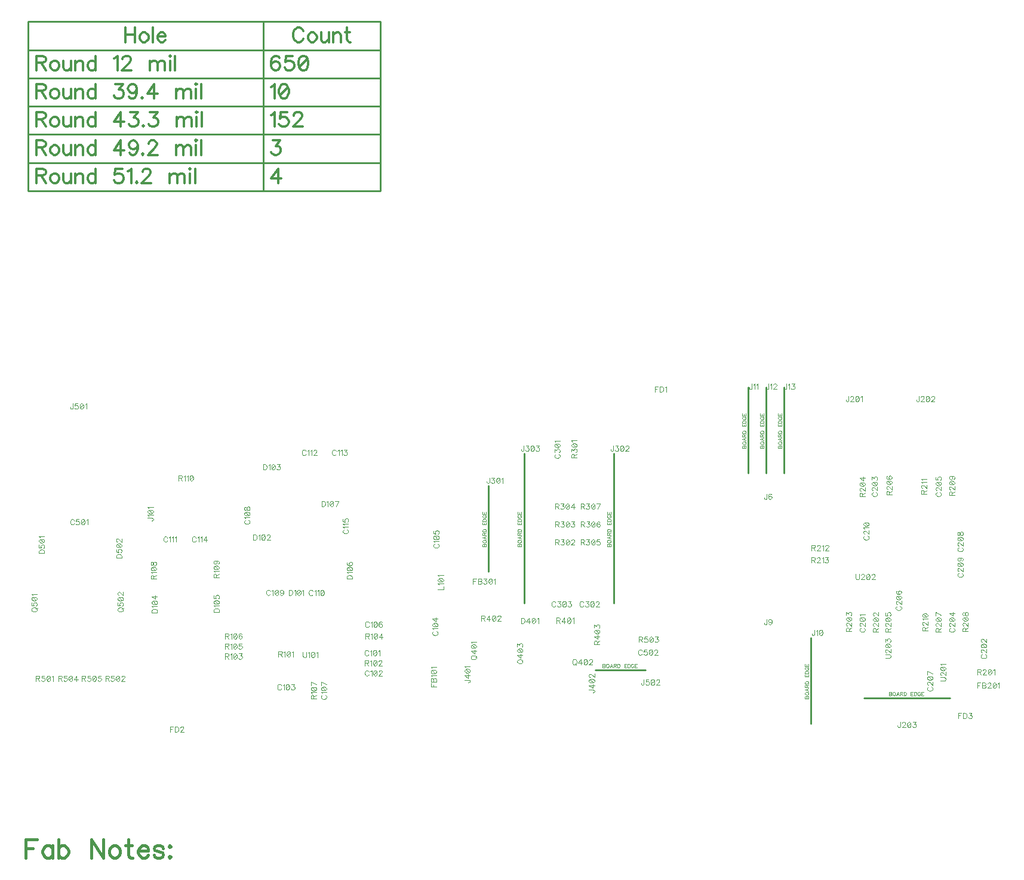
<source format=gbr>
G04 DipTrace 2.4.0.2*
%INTopAssy.gbr*%
%MOIN*%
%ADD10C,0.0098*%
%ADD12C,0.003*%
%ADD46C,0.0154*%
%ADD110C,0.0046*%
%ADD111C,0.0124*%
%FSLAX44Y44*%
G04*
G70*
G90*
G75*
G01*
%LNTopAssy*%
%LPD*%
X43902Y2106D2*
D10*
Y6894D1*
X40402Y16106D2*
Y20894D1*
X41402Y16106D2*
Y20894D1*
X42402Y16106D2*
Y20894D1*
X46856Y3536D2*
X51644D1*
X25902Y10606D2*
Y15394D1*
X32902Y8811D2*
Y17189D1*
X27902Y8811D2*
Y17189D1*
X31856Y5098D2*
X34644D1*
X188Y41317D2*
X13311D1*
Y39742D1*
X188D1*
Y41317D1*
Y39742D2*
X13311D1*
Y38167D1*
X188D1*
Y39742D1*
Y38167D2*
X13311D1*
Y36592D1*
X188D1*
Y38167D1*
Y36592D2*
X13311D1*
Y35018D1*
X188D1*
Y36592D1*
Y35018D2*
X13311D1*
Y33443D1*
X188D1*
Y35018D1*
Y33443D2*
X13311D1*
Y31868D1*
X188D1*
Y33443D1*
X13311Y41317D2*
X19873D1*
Y39742D1*
X13311D1*
Y41317D1*
Y39742D2*
X19873D1*
Y38167D1*
X13311D1*
Y39742D1*
Y38167D2*
X19873D1*
Y36592D1*
X13311D1*
Y38167D1*
Y36592D2*
X19873D1*
Y35018D1*
X13311D1*
Y36592D1*
Y35018D2*
X19873D1*
Y33443D1*
X13311D1*
Y35018D1*
Y33443D2*
X19873D1*
Y31868D1*
X13311D1*
Y33443D1*
X19193Y6127D2*
D110*
X19179Y6156D1*
X19150Y6184D1*
X19122Y6199D1*
X19064D1*
X19035Y6184D1*
X19007Y6156D1*
X18992Y6127D1*
X18978Y6084D1*
Y6012D1*
X18992Y5969D1*
X19007Y5940D1*
X19035Y5912D1*
X19064Y5897D1*
X19122D1*
X19150Y5912D1*
X19179Y5940D1*
X19193Y5969D1*
X19286Y6141D2*
X19315Y6156D1*
X19358Y6198D1*
Y5897D1*
X19537Y6198D2*
X19494Y6184D1*
X19465Y6141D1*
X19451Y6069D1*
Y6026D1*
X19465Y5955D1*
X19494Y5911D1*
X19537Y5897D1*
X19565D1*
X19608Y5911D1*
X19637Y5955D1*
X19652Y6026D1*
Y6069D1*
X19637Y6141D1*
X19608Y6184D1*
X19565Y6198D1*
X19537D1*
X19637Y6141D2*
X19465Y5955D1*
X19744Y6141D2*
X19773Y6156D1*
X19816Y6198D1*
Y5897D1*
X19210Y5002D2*
X19195Y5031D1*
X19167Y5059D1*
X19138Y5074D1*
X19081D1*
X19052Y5059D1*
X19023Y5031D1*
X19009Y5002D1*
X18995Y4959D1*
Y4887D1*
X19009Y4844D1*
X19023Y4815D1*
X19052Y4787D1*
X19081Y4772D1*
X19138D1*
X19167Y4787D1*
X19195Y4815D1*
X19210Y4844D1*
X19302Y5016D2*
X19331Y5031D1*
X19374Y5073D1*
Y4772D1*
X19553Y5073D2*
X19510Y5059D1*
X19481Y5016D1*
X19467Y4944D1*
Y4901D1*
X19481Y4830D1*
X19510Y4786D1*
X19553Y4772D1*
X19582D1*
X19625Y4786D1*
X19653Y4830D1*
X19668Y4901D1*
Y4944D1*
X19653Y5016D1*
X19625Y5059D1*
X19582Y5073D1*
X19553D1*
X19653Y5016D2*
X19481Y4830D1*
X19775Y5002D2*
Y5016D1*
X19789Y5045D1*
X19804Y5059D1*
X19833Y5073D1*
X19890D1*
X19918Y5059D1*
X19933Y5045D1*
X19947Y5016D1*
Y4987D1*
X19933Y4959D1*
X19904Y4916D1*
X19761Y4772D1*
X19962D1*
X14323Y4225D2*
X14309Y4254D1*
X14280Y4283D1*
X14251Y4297D1*
X14194D1*
X14165Y4283D1*
X14136Y4254D1*
X14122Y4225D1*
X14108Y4182D1*
Y4110D1*
X14122Y4068D1*
X14136Y4039D1*
X14165Y4010D1*
X14194Y3996D1*
X14251D1*
X14280Y4010D1*
X14309Y4039D1*
X14323Y4068D1*
X14415Y4239D2*
X14444Y4254D1*
X14487Y4297D1*
Y3996D1*
X14666Y4297D2*
X14623Y4282D1*
X14594Y4239D1*
X14580Y4168D1*
Y4125D1*
X14594Y4053D1*
X14623Y4010D1*
X14666Y3996D1*
X14695D1*
X14738Y4010D1*
X14766Y4053D1*
X14781Y4125D1*
Y4168D1*
X14766Y4239D1*
X14738Y4282D1*
X14695Y4297D1*
X14666D1*
X14766Y4239D2*
X14594Y4053D1*
X14903Y4297D2*
X15060D1*
X14974Y4182D1*
X15017D1*
X15046Y4168D1*
X15060Y4153D1*
X15075Y4110D1*
Y4082D1*
X15060Y4039D1*
X15032Y4010D1*
X14988Y3996D1*
X14945D1*
X14903Y4010D1*
X14888Y4024D1*
X14874Y4053D1*
X22831Y7256D2*
X22803Y7242D1*
X22774Y7213D1*
X22759Y7184D1*
Y7127D1*
X22774Y7098D1*
X22803Y7070D1*
X22831Y7055D1*
X22874Y7041D1*
X22946D1*
X22989Y7055D1*
X23018Y7070D1*
X23046Y7098D1*
X23061Y7127D1*
Y7184D1*
X23046Y7213D1*
X23018Y7242D1*
X22989Y7256D1*
X22817Y7349D2*
X22803Y7378D1*
X22760Y7421D1*
X23061D1*
X22760Y7600D2*
X22774Y7556D1*
X22817Y7528D1*
X22889Y7513D1*
X22932D1*
X23004Y7528D1*
X23047Y7556D1*
X23061Y7600D1*
Y7628D1*
X23047Y7671D1*
X23004Y7700D1*
X22932Y7714D1*
X22889D1*
X22817Y7700D1*
X22774Y7671D1*
X22760Y7628D1*
Y7600D1*
X22817Y7700D2*
X23004Y7528D1*
X23061Y7951D2*
X22760D1*
X22960Y7807D1*
Y8022D1*
X22894Y12138D2*
X22865Y12124D1*
X22836Y12095D1*
X22822Y12067D1*
Y12009D1*
X22836Y11980D1*
X22865Y11952D1*
X22894Y11937D1*
X22937Y11923D1*
X23009D1*
X23051Y11937D1*
X23080Y11952D1*
X23109Y11980D1*
X23123Y12009D1*
Y12067D1*
X23109Y12095D1*
X23080Y12124D1*
X23051Y12138D1*
X22880Y12231D2*
X22865Y12260D1*
X22822Y12303D1*
X23123D1*
X22822Y12482D2*
X22837Y12439D1*
X22880Y12410D1*
X22951Y12395D1*
X22994D1*
X23066Y12410D1*
X23109Y12439D1*
X23123Y12482D1*
Y12510D1*
X23109Y12553D1*
X23066Y12582D1*
X22994Y12596D1*
X22951D1*
X22880Y12582D1*
X22837Y12553D1*
X22822Y12510D1*
Y12482D1*
X22880Y12582D2*
X23066Y12410D1*
X22822Y12861D2*
Y12718D1*
X22951Y12704D1*
X22937Y12718D1*
X22922Y12761D1*
Y12804D1*
X22937Y12847D1*
X22966Y12876D1*
X23009Y12890D1*
X23037D1*
X23080Y12876D1*
X23109Y12847D1*
X23123Y12804D1*
Y12761D1*
X23109Y12718D1*
X23095Y12704D1*
X23066Y12689D1*
X19222Y7725D2*
X19208Y7754D1*
X19179Y7783D1*
X19150Y7797D1*
X19093D1*
X19064Y7783D1*
X19035Y7754D1*
X19021Y7725D1*
X19007Y7682D1*
Y7610D1*
X19021Y7568D1*
X19035Y7539D1*
X19064Y7510D1*
X19093Y7496D1*
X19150D1*
X19179Y7510D1*
X19208Y7539D1*
X19222Y7568D1*
X19314Y7739D2*
X19343Y7754D1*
X19386Y7797D1*
Y7496D1*
X19565Y7797D2*
X19522Y7782D1*
X19493Y7739D1*
X19479Y7668D1*
Y7625D1*
X19493Y7553D1*
X19522Y7510D1*
X19565Y7496D1*
X19594D1*
X19637Y7510D1*
X19665Y7553D1*
X19680Y7625D1*
Y7668D1*
X19665Y7739D1*
X19637Y7782D1*
X19594Y7797D1*
X19565D1*
X19665Y7739D2*
X19493Y7553D1*
X19945Y7754D2*
X19930Y7782D1*
X19887Y7797D1*
X19859D1*
X19816Y7782D1*
X19787Y7739D1*
X19773Y7668D1*
Y7596D1*
X19787Y7539D1*
X19816Y7510D1*
X19859Y7496D1*
X19873D1*
X19916Y7510D1*
X19945Y7539D1*
X19959Y7582D1*
Y7596D1*
X19945Y7639D1*
X19916Y7668D1*
X19873Y7682D1*
X19859D1*
X19816Y7668D1*
X19787Y7639D1*
X19773Y7596D1*
X16622Y3691D2*
X16593Y3677D1*
X16564Y3648D1*
X16550Y3619D1*
Y3562D1*
X16564Y3533D1*
X16593Y3504D1*
X16622Y3490D1*
X16665Y3476D1*
X16737D1*
X16779Y3490D1*
X16808Y3504D1*
X16837Y3533D1*
X16851Y3562D1*
Y3619D1*
X16837Y3648D1*
X16808Y3677D1*
X16779Y3691D1*
X16608Y3783D2*
X16593Y3812D1*
X16550Y3855D1*
X16851D1*
X16550Y4034D2*
X16565Y3991D1*
X16608Y3962D1*
X16679Y3948D1*
X16722D1*
X16794Y3962D1*
X16837Y3991D1*
X16851Y4034D1*
Y4063D1*
X16837Y4106D1*
X16794Y4134D1*
X16722Y4149D1*
X16679D1*
X16608Y4134D1*
X16565Y4106D1*
X16550Y4063D1*
Y4034D1*
X16608Y4134D2*
X16794Y3962D1*
X16851Y4299D2*
X16550Y4443D1*
Y4242D1*
X12337Y13465D2*
X12308Y13450D1*
X12280Y13421D1*
X12265Y13393D1*
Y13336D1*
X12280Y13307D1*
X12308Y13278D1*
X12337Y13264D1*
X12380Y13249D1*
X12452D1*
X12495Y13264D1*
X12524Y13278D1*
X12552Y13307D1*
X12567Y13336D1*
Y13393D1*
X12552Y13421D1*
X12524Y13450D1*
X12495Y13465D1*
X12323Y13557D2*
X12308Y13586D1*
X12266Y13629D1*
X12567D1*
X12266Y13808D2*
X12280Y13765D1*
X12323Y13736D1*
X12395Y13722D1*
X12438D1*
X12509Y13736D1*
X12553Y13765D1*
X12567Y13808D1*
Y13837D1*
X12553Y13880D1*
X12509Y13908D1*
X12438Y13923D1*
X12395D1*
X12323Y13908D1*
X12280Y13880D1*
X12266Y13837D1*
Y13808D1*
X12323Y13908D2*
X12509Y13736D1*
X12266Y14087D2*
X12280Y14044D1*
X12308Y14030D1*
X12337D1*
X12366Y14044D1*
X12380Y14073D1*
X12395Y14130D1*
X12409Y14173D1*
X12438Y14202D1*
X12466Y14216D1*
X12509D1*
X12538Y14202D1*
X12553Y14187D1*
X12567Y14144D1*
Y14087D1*
X12553Y14044D1*
X12538Y14030D1*
X12509Y14015D1*
X12466D1*
X12438Y14030D1*
X12409Y14058D1*
X12395Y14101D1*
X12380Y14159D1*
X12366Y14187D1*
X12337Y14202D1*
X12308D1*
X12280Y14187D1*
X12266Y14144D1*
Y14087D1*
X13707Y9504D2*
X13693Y9533D1*
X13664Y9561D1*
X13635Y9576D1*
X13578D1*
X13549Y9561D1*
X13521Y9533D1*
X13506Y9504D1*
X13492Y9461D1*
Y9389D1*
X13506Y9346D1*
X13521Y9317D1*
X13549Y9289D1*
X13578Y9274D1*
X13635D1*
X13664Y9289D1*
X13693Y9317D1*
X13707Y9346D1*
X13800Y9518D2*
X13829Y9533D1*
X13872Y9575D1*
Y9274D1*
X14051Y9575D2*
X14007Y9561D1*
X13979Y9518D1*
X13964Y9446D1*
Y9403D1*
X13979Y9332D1*
X14007Y9288D1*
X14051Y9274D1*
X14079D1*
X14122Y9288D1*
X14151Y9332D1*
X14165Y9403D1*
Y9446D1*
X14151Y9518D1*
X14122Y9561D1*
X14079Y9575D1*
X14051D1*
X14151Y9518D2*
X13979Y9332D1*
X14445Y9475D2*
X14430Y9432D1*
X14402Y9403D1*
X14358Y9389D1*
X14344D1*
X14301Y9403D1*
X14273Y9432D1*
X14258Y9475D1*
Y9489D1*
X14273Y9533D1*
X14301Y9561D1*
X14344Y9575D1*
X14358D1*
X14402Y9561D1*
X14430Y9533D1*
X14445Y9475D1*
Y9403D1*
X14430Y9332D1*
X14402Y9288D1*
X14358Y9274D1*
X14330D1*
X14287Y9288D1*
X14273Y9317D1*
X16085Y9493D2*
X16071Y9521D1*
X16042Y9550D1*
X16014Y9564D1*
X15956D1*
X15928Y9550D1*
X15899Y9521D1*
X15884Y9493D1*
X15870Y9450D1*
Y9378D1*
X15884Y9335D1*
X15899Y9306D1*
X15928Y9277D1*
X15956Y9263D1*
X16014D1*
X16042Y9277D1*
X16071Y9306D1*
X16085Y9335D1*
X16178Y9507D2*
X16207Y9521D1*
X16250Y9564D1*
Y9263D1*
X16343Y9507D2*
X16371Y9521D1*
X16415Y9564D1*
Y9263D1*
X16593Y9564D2*
X16550Y9550D1*
X16521Y9507D1*
X16507Y9435D1*
Y9392D1*
X16521Y9320D1*
X16550Y9277D1*
X16593Y9263D1*
X16622D1*
X16665Y9277D1*
X16694Y9320D1*
X16708Y9392D1*
Y9435D1*
X16694Y9507D1*
X16665Y9550D1*
X16622Y9564D1*
X16593D1*
X16694Y9507D2*
X16521Y9320D1*
X7969Y12477D2*
X7955Y12505D1*
X7926Y12534D1*
X7898Y12548D1*
X7840D1*
X7811Y12534D1*
X7783Y12505D1*
X7768Y12477D1*
X7754Y12434D1*
Y12362D1*
X7768Y12319D1*
X7783Y12290D1*
X7811Y12262D1*
X7840Y12247D1*
X7898D1*
X7926Y12262D1*
X7955Y12290D1*
X7969Y12319D1*
X8062Y12491D2*
X8091Y12505D1*
X8134Y12548D1*
Y12247D1*
X8226Y12491D2*
X8255Y12505D1*
X8298Y12548D1*
Y12247D1*
X8391Y12491D2*
X8420Y12505D1*
X8463Y12548D1*
Y12247D1*
X15693Y17325D2*
X15679Y17354D1*
X15650Y17383D1*
X15622Y17397D1*
X15564D1*
X15536Y17383D1*
X15507Y17354D1*
X15492Y17325D1*
X15478Y17282D1*
Y17210D1*
X15492Y17167D1*
X15507Y17139D1*
X15536Y17110D1*
X15564Y17095D1*
X15622D1*
X15650Y17110D1*
X15679Y17139D1*
X15693Y17167D1*
X15786Y17339D2*
X15815Y17354D1*
X15858Y17397D1*
Y17095D1*
X15951Y17339D2*
X15979Y17354D1*
X16023Y17397D1*
Y17095D1*
X16130Y17325D2*
Y17339D1*
X16144Y17368D1*
X16158Y17382D1*
X16187Y17397D1*
X16245D1*
X16273Y17382D1*
X16287Y17368D1*
X16302Y17339D1*
Y17311D1*
X16287Y17282D1*
X16259Y17239D1*
X16115Y17095D1*
X16316D1*
X17381Y17325D2*
X17367Y17354D1*
X17338Y17383D1*
X17309Y17397D1*
X17252D1*
X17223Y17383D1*
X17194Y17354D1*
X17180Y17325D1*
X17166Y17282D1*
Y17210D1*
X17180Y17167D1*
X17194Y17138D1*
X17223Y17110D1*
X17252Y17095D1*
X17309D1*
X17338Y17110D1*
X17367Y17138D1*
X17381Y17167D1*
X17473Y17339D2*
X17502Y17354D1*
X17545Y17396D1*
Y17095D1*
X17638Y17339D2*
X17667Y17354D1*
X17710Y17396D1*
Y17095D1*
X17832Y17396D2*
X17989D1*
X17903Y17282D1*
X17946D1*
X17975Y17267D1*
X17989Y17253D1*
X18004Y17210D1*
Y17182D1*
X17989Y17138D1*
X17961Y17110D1*
X17917Y17095D1*
X17874D1*
X17832Y17110D1*
X17817Y17124D1*
X17803Y17153D1*
X9557Y12477D2*
X9543Y12505D1*
X9514Y12534D1*
X9486Y12548D1*
X9428D1*
X9400Y12534D1*
X9371Y12505D1*
X9357Y12477D1*
X9342Y12434D1*
Y12362D1*
X9357Y12319D1*
X9371Y12290D1*
X9400Y12262D1*
X9428Y12247D1*
X9486D1*
X9514Y12262D1*
X9543Y12290D1*
X9557Y12319D1*
X9650Y12491D2*
X9679Y12505D1*
X9722Y12548D1*
Y12247D1*
X9815Y12491D2*
X9844Y12505D1*
X9887Y12548D1*
Y12247D1*
X10123D2*
Y12548D1*
X9979Y12347D1*
X10195D1*
X17837Y12939D2*
X17808Y12924D1*
X17780Y12895D1*
X17765Y12867D1*
Y12810D1*
X17780Y12781D1*
X17808Y12752D1*
X17837Y12738D1*
X17880Y12723D1*
X17952D1*
X17995Y12738D1*
X18024Y12752D1*
X18052Y12781D1*
X18067Y12810D1*
Y12867D1*
X18052Y12895D1*
X18024Y12924D1*
X17995Y12939D1*
X17823Y13031D2*
X17808Y13060D1*
X17766Y13103D1*
X18067D1*
X17823Y13196D2*
X17808Y13225D1*
X17766Y13268D1*
X18067D1*
X17766Y13532D2*
Y13389D1*
X17895Y13375D1*
X17880Y13389D1*
X17866Y13432D1*
Y13475D1*
X17880Y13518D1*
X17909Y13547D1*
X17952Y13561D1*
X17981D1*
X18024Y13547D1*
X18053Y13518D1*
X18067Y13475D1*
Y13432D1*
X18053Y13389D1*
X18038Y13375D1*
X18009Y13360D1*
X46685Y7441D2*
X46657Y7427D1*
X46628Y7398D1*
X46614Y7370D1*
Y7312D1*
X46628Y7284D1*
X46657Y7255D1*
X46685Y7240D1*
X46729Y7226D1*
X46801D1*
X46843Y7240D1*
X46872Y7255D1*
X46901Y7284D1*
X46915Y7312D1*
Y7370D1*
X46901Y7398D1*
X46872Y7427D1*
X46843Y7441D1*
X46686Y7549D2*
X46672D1*
X46643Y7563D1*
X46628Y7577D1*
X46614Y7606D1*
Y7663D1*
X46628Y7692D1*
X46643Y7706D1*
X46672Y7721D1*
X46700D1*
X46729Y7706D1*
X46772Y7678D1*
X46915Y7534D1*
Y7735D1*
X46614Y7914D2*
X46628Y7871D1*
X46672Y7842D1*
X46743Y7828D1*
X46786D1*
X46858Y7842D1*
X46901Y7871D1*
X46915Y7914D1*
Y7942D1*
X46901Y7985D1*
X46858Y8014D1*
X46786Y8029D1*
X46743D1*
X46672Y8014D1*
X46628Y7985D1*
X46614Y7942D1*
Y7914D1*
X46672Y8014D2*
X46858Y7842D1*
X46672Y8121D2*
X46657Y8150D1*
X46614Y8193D1*
X46915D1*
X53462Y5962D2*
X53433Y5948D1*
X53405Y5919D1*
X53390Y5891D1*
Y5833D1*
X53405Y5805D1*
X53433Y5776D1*
X53462Y5761D1*
X53505Y5747D1*
X53577D1*
X53620Y5761D1*
X53649Y5776D1*
X53677Y5805D1*
X53692Y5833D1*
Y5891D1*
X53677Y5919D1*
X53649Y5948D1*
X53620Y5962D1*
X53462Y6070D2*
X53448D1*
X53419Y6084D1*
X53405Y6098D1*
X53391Y6127D1*
Y6184D1*
X53405Y6213D1*
X53419Y6227D1*
X53448Y6242D1*
X53477D1*
X53505Y6227D1*
X53548Y6199D1*
X53692Y6055D1*
Y6256D1*
X53391Y6435D2*
X53405Y6392D1*
X53448Y6363D1*
X53520Y6349D1*
X53563D1*
X53634Y6363D1*
X53678Y6392D1*
X53692Y6435D1*
Y6463D1*
X53678Y6506D1*
X53634Y6535D1*
X53563Y6550D1*
X53520D1*
X53448Y6535D1*
X53405Y6506D1*
X53391Y6463D1*
Y6435D1*
X53448Y6535D2*
X53634Y6363D1*
X53462Y6657D2*
X53448D1*
X53419Y6671D1*
X53405Y6685D1*
X53391Y6714D1*
Y6772D1*
X53405Y6800D1*
X53419Y6814D1*
X53448Y6829D1*
X53477D1*
X53505Y6814D1*
X53548Y6786D1*
X53692Y6642D1*
Y6843D1*
X47373Y15020D2*
X47344Y15006D1*
X47316Y14977D1*
X47301Y14948D1*
Y14891D1*
X47316Y14862D1*
X47344Y14834D1*
X47373Y14819D1*
X47416Y14805D1*
X47488D1*
X47531Y14819D1*
X47560Y14834D1*
X47588Y14862D1*
X47603Y14891D1*
Y14948D1*
X47588Y14977D1*
X47560Y15006D1*
X47531Y15020D1*
X47373Y15127D2*
X47359D1*
X47330Y15142D1*
X47316Y15156D1*
X47302Y15185D1*
Y15242D1*
X47316Y15271D1*
X47330Y15285D1*
X47359Y15299D1*
X47388D1*
X47416Y15285D1*
X47459Y15256D1*
X47603Y15113D1*
Y15314D1*
X47302Y15493D2*
X47316Y15449D1*
X47359Y15421D1*
X47431Y15406D1*
X47474D1*
X47545Y15421D1*
X47588Y15449D1*
X47603Y15493D1*
Y15521D1*
X47588Y15564D1*
X47545Y15593D1*
X47474Y15607D1*
X47431D1*
X47359Y15593D1*
X47316Y15564D1*
X47302Y15521D1*
Y15493D1*
X47359Y15593D2*
X47545Y15421D1*
X47302Y15729D2*
Y15886D1*
X47416Y15800D1*
Y15843D1*
X47431Y15872D1*
X47445Y15886D1*
X47488Y15901D1*
X47517D1*
X47560Y15886D1*
X47588Y15858D1*
X47603Y15815D1*
Y15772D1*
X47588Y15729D1*
X47574Y15714D1*
X47545Y15700D1*
X51685Y7432D2*
X51657Y7418D1*
X51628Y7389D1*
X51614Y7361D1*
Y7303D1*
X51628Y7274D1*
X51657Y7246D1*
X51685Y7231D1*
X51729Y7217D1*
X51801D1*
X51843Y7231D1*
X51872Y7246D1*
X51901Y7274D1*
X51915Y7303D1*
Y7361D1*
X51901Y7389D1*
X51872Y7418D1*
X51843Y7432D1*
X51686Y7539D2*
X51672D1*
X51643Y7554D1*
X51628Y7568D1*
X51614Y7597D1*
Y7654D1*
X51628Y7683D1*
X51643Y7697D1*
X51672Y7712D1*
X51700D1*
X51729Y7697D1*
X51772Y7668D1*
X51915Y7525D1*
Y7726D1*
X51614Y7905D2*
X51628Y7862D1*
X51672Y7833D1*
X51743Y7818D1*
X51786D1*
X51858Y7833D1*
X51901Y7862D1*
X51915Y7905D1*
Y7933D1*
X51901Y7976D1*
X51858Y8005D1*
X51786Y8019D1*
X51743D1*
X51672Y8005D1*
X51628Y7976D1*
X51614Y7933D1*
Y7905D1*
X51672Y8005D2*
X51858Y7833D1*
X51915Y8256D2*
X51614D1*
X51815Y8112D1*
Y8327D1*
X50935Y15020D2*
X50907Y15006D1*
X50878Y14977D1*
X50864Y14948D1*
Y14891D1*
X50878Y14862D1*
X50907Y14834D1*
X50935Y14819D1*
X50979Y14805D1*
X51051D1*
X51093Y14819D1*
X51122Y14834D1*
X51151Y14862D1*
X51165Y14891D1*
Y14948D1*
X51151Y14977D1*
X51122Y15006D1*
X51093Y15020D1*
X50936Y15127D2*
X50922D1*
X50893Y15142D1*
X50878Y15156D1*
X50864Y15185D1*
Y15242D1*
X50878Y15271D1*
X50893Y15285D1*
X50922Y15299D1*
X50950D1*
X50979Y15285D1*
X51022Y15256D1*
X51165Y15113D1*
Y15314D1*
X50864Y15493D2*
X50878Y15449D1*
X50922Y15421D1*
X50993Y15406D1*
X51036D1*
X51108Y15421D1*
X51151Y15449D1*
X51165Y15493D1*
Y15521D1*
X51151Y15564D1*
X51108Y15593D1*
X51036Y15607D1*
X50993D1*
X50922Y15593D1*
X50878Y15564D1*
X50864Y15521D1*
Y15493D1*
X50922Y15593D2*
X51108Y15421D1*
X50864Y15872D2*
Y15729D1*
X50993Y15714D1*
X50979Y15729D1*
X50964Y15772D1*
Y15815D1*
X50979Y15858D1*
X51007Y15887D1*
X51051Y15901D1*
X51079D1*
X51122Y15887D1*
X51151Y15858D1*
X51165Y15815D1*
Y15772D1*
X51151Y15729D1*
X51136Y15714D1*
X51108Y15700D1*
X48712Y8657D2*
X48683Y8643D1*
X48655Y8614D1*
X48640Y8586D1*
Y8528D1*
X48655Y8499D1*
X48683Y8471D1*
X48712Y8456D1*
X48755Y8442D1*
X48827D1*
X48870Y8456D1*
X48899Y8471D1*
X48927Y8499D1*
X48942Y8528D1*
Y8586D1*
X48927Y8614D1*
X48899Y8643D1*
X48870Y8657D1*
X48712Y8764D2*
X48698D1*
X48669Y8779D1*
X48655Y8793D1*
X48641Y8822D1*
Y8879D1*
X48655Y8908D1*
X48669Y8922D1*
X48698Y8937D1*
X48727D1*
X48755Y8922D1*
X48798Y8893D1*
X48942Y8750D1*
Y8951D1*
X48641Y9130D2*
X48655Y9087D1*
X48698Y9058D1*
X48770Y9043D1*
X48813D1*
X48884Y9058D1*
X48928Y9087D1*
X48942Y9130D1*
Y9158D1*
X48928Y9201D1*
X48884Y9230D1*
X48813Y9244D1*
X48770D1*
X48698Y9230D1*
X48655Y9201D1*
X48641Y9158D1*
Y9130D1*
X48698Y9230D2*
X48884Y9058D1*
X48683Y9509D2*
X48655Y9495D1*
X48641Y9452D1*
Y9423D1*
X48655Y9380D1*
X48698Y9351D1*
X48770Y9337D1*
X48841D1*
X48899Y9351D1*
X48928Y9380D1*
X48942Y9423D1*
Y9437D1*
X48928Y9480D1*
X48899Y9509D1*
X48856Y9523D1*
X48841D1*
X48798Y9509D1*
X48770Y9480D1*
X48755Y9437D1*
Y9423D1*
X48770Y9380D1*
X48798Y9351D1*
X48841Y9337D1*
X50462Y4150D2*
X50433Y4136D1*
X50405Y4107D1*
X50390Y4078D1*
Y4021D1*
X50405Y3992D1*
X50433Y3964D1*
X50462Y3949D1*
X50505Y3935D1*
X50577D1*
X50620Y3949D1*
X50649Y3964D1*
X50677Y3992D1*
X50692Y4021D1*
Y4078D1*
X50677Y4107D1*
X50649Y4136D1*
X50620Y4150D1*
X50462Y4257D2*
X50448D1*
X50419Y4271D1*
X50405Y4286D1*
X50391Y4314D1*
Y4372D1*
X50405Y4400D1*
X50419Y4415D1*
X50448Y4429D1*
X50477D1*
X50505Y4415D1*
X50548Y4386D1*
X50692Y4243D1*
Y4443D1*
X50391Y4622D2*
X50405Y4579D1*
X50448Y4550D1*
X50520Y4536D1*
X50563D1*
X50634Y4550D1*
X50678Y4579D1*
X50692Y4622D1*
Y4651D1*
X50678Y4694D1*
X50634Y4722D1*
X50563Y4737D1*
X50520D1*
X50448Y4722D1*
X50405Y4694D1*
X50391Y4651D1*
Y4622D1*
X50448Y4722D2*
X50634Y4550D1*
X50692Y4887D2*
X50391Y5031D1*
Y4830D1*
X52149Y11935D2*
X52121Y11920D1*
X52092Y11892D1*
X52078Y11863D1*
Y11806D1*
X52092Y11777D1*
X52121Y11748D1*
X52149Y11734D1*
X52193Y11719D1*
X52265D1*
X52307Y11734D1*
X52336Y11748D1*
X52365Y11777D1*
X52379Y11806D1*
Y11863D1*
X52365Y11892D1*
X52336Y11920D1*
X52307Y11935D1*
X52150Y12042D2*
X52136D1*
X52107Y12056D1*
X52092Y12070D1*
X52078Y12099D1*
Y12157D1*
X52092Y12185D1*
X52107Y12199D1*
X52136Y12214D1*
X52164D1*
X52193Y12199D1*
X52236Y12171D1*
X52379Y12027D1*
Y12228D1*
X52078Y12407D2*
X52092Y12364D1*
X52136Y12335D1*
X52207Y12321D1*
X52250D1*
X52322Y12335D1*
X52365Y12364D1*
X52379Y12407D1*
Y12436D1*
X52365Y12479D1*
X52322Y12507D1*
X52250Y12522D1*
X52207D1*
X52136Y12507D1*
X52092Y12479D1*
X52078Y12436D1*
Y12407D1*
X52136Y12507D2*
X52322Y12335D1*
X52078Y12686D2*
X52092Y12643D1*
X52121Y12629D1*
X52150D1*
X52178Y12643D1*
X52193Y12672D1*
X52207Y12729D1*
X52221Y12772D1*
X52250Y12801D1*
X52279Y12815D1*
X52322D1*
X52350Y12801D1*
X52365Y12787D1*
X52379Y12744D1*
Y12686D1*
X52365Y12643D1*
X52350Y12629D1*
X52322Y12615D1*
X52279D1*
X52250Y12629D1*
X52221Y12658D1*
X52207Y12700D1*
X52193Y12758D1*
X52178Y12787D1*
X52150Y12801D1*
X52121D1*
X52092Y12787D1*
X52078Y12744D1*
Y12686D1*
X52149Y10504D2*
X52121Y10490D1*
X52092Y10461D1*
X52078Y10433D1*
Y10375D1*
X52092Y10346D1*
X52121Y10318D1*
X52149Y10303D1*
X52193Y10289D1*
X52265D1*
X52307Y10303D1*
X52336Y10318D1*
X52365Y10346D1*
X52379Y10375D1*
Y10433D1*
X52365Y10461D1*
X52336Y10490D1*
X52307Y10504D1*
X52150Y10611D2*
X52136D1*
X52107Y10626D1*
X52092Y10640D1*
X52078Y10669D1*
Y10726D1*
X52092Y10755D1*
X52107Y10769D1*
X52136Y10783D1*
X52164D1*
X52193Y10769D1*
X52236Y10740D1*
X52379Y10597D1*
Y10798D1*
X52078Y10977D2*
X52092Y10934D1*
X52136Y10905D1*
X52207Y10890D1*
X52250D1*
X52322Y10905D1*
X52365Y10934D1*
X52379Y10977D1*
Y11005D1*
X52365Y11048D1*
X52322Y11077D1*
X52250Y11091D1*
X52207D1*
X52136Y11077D1*
X52092Y11048D1*
X52078Y11005D1*
Y10977D1*
X52136Y11077D2*
X52322Y10905D1*
X52178Y11371D2*
X52221Y11356D1*
X52250Y11328D1*
X52265Y11284D1*
Y11270D1*
X52250Y11227D1*
X52221Y11199D1*
X52178Y11184D1*
X52164D1*
X52121Y11199D1*
X52092Y11227D1*
X52078Y11270D1*
Y11284D1*
X52092Y11328D1*
X52121Y11356D1*
X52178Y11371D1*
X52250D1*
X52322Y11356D1*
X52365Y11328D1*
X52379Y11284D1*
Y11256D1*
X52365Y11213D1*
X52336Y11199D1*
X46900Y12589D2*
X46871Y12575D1*
X46842Y12546D1*
X46828Y12518D1*
Y12460D1*
X46842Y12432D1*
X46871Y12403D1*
X46900Y12388D1*
X46943Y12374D1*
X47015D1*
X47057Y12388D1*
X47086Y12403D1*
X47115Y12432D1*
X47129Y12460D1*
Y12518D1*
X47115Y12546D1*
X47086Y12575D1*
X47057Y12589D1*
X46900Y12697D2*
X46886D1*
X46857Y12711D1*
X46842Y12725D1*
X46828Y12754D1*
Y12811D1*
X46842Y12840D1*
X46857Y12854D1*
X46886Y12869D1*
X46914D1*
X46943Y12854D1*
X46986Y12826D1*
X47129Y12682D1*
Y12883D1*
X46886Y12976D2*
X46871Y13004D1*
X46828Y13048D1*
X47129D1*
X46828Y13226D2*
X46842Y13183D1*
X46886Y13154D1*
X46957Y13140D1*
X47000D1*
X47072Y13154D1*
X47115Y13183D1*
X47129Y13226D1*
Y13255D1*
X47115Y13298D1*
X47072Y13327D1*
X47000Y13341D1*
X46957D1*
X46886Y13327D1*
X46842Y13298D1*
X46828Y13255D1*
Y13226D1*
X46886Y13327D2*
X47072Y13154D1*
X29650Y17152D2*
X29621Y17138D1*
X29592Y17109D1*
X29578Y17080D1*
Y17023D1*
X29592Y16994D1*
X29621Y16966D1*
X29650Y16951D1*
X29693Y16937D1*
X29765D1*
X29807Y16951D1*
X29836Y16966D1*
X29865Y16994D1*
X29879Y17023D1*
Y17080D1*
X29865Y17109D1*
X29836Y17138D1*
X29807Y17152D1*
X29578Y17273D2*
Y17431D1*
X29693Y17345D1*
Y17388D1*
X29707Y17417D1*
X29721Y17431D1*
X29765Y17445D1*
X29793D1*
X29836Y17431D1*
X29865Y17402D1*
X29879Y17359D1*
Y17316D1*
X29865Y17273D1*
X29850Y17259D1*
X29822Y17245D1*
X29578Y17624D2*
X29592Y17581D1*
X29636Y17552D1*
X29707Y17538D1*
X29750D1*
X29822Y17552D1*
X29865Y17581D1*
X29879Y17624D1*
Y17653D1*
X29865Y17696D1*
X29822Y17724D1*
X29750Y17739D1*
X29707D1*
X29636Y17724D1*
X29592Y17696D1*
X29578Y17653D1*
Y17624D1*
X29636Y17724D2*
X29822Y17552D1*
X29636Y17832D2*
X29621Y17861D1*
X29578Y17904D1*
X29879D1*
X31198Y8856D2*
X31184Y8885D1*
X31155Y8914D1*
X31127Y8928D1*
X31069D1*
X31040Y8914D1*
X31012Y8885D1*
X30997Y8856D1*
X30983Y8813D1*
Y8741D1*
X30997Y8699D1*
X31012Y8670D1*
X31040Y8641D1*
X31069Y8627D1*
X31127D1*
X31155Y8641D1*
X31184Y8670D1*
X31198Y8699D1*
X31320Y8928D2*
X31477D1*
X31391Y8813D1*
X31434D1*
X31463Y8799D1*
X31477Y8784D1*
X31492Y8741D1*
Y8713D1*
X31477Y8670D1*
X31449Y8641D1*
X31406Y8627D1*
X31362D1*
X31320Y8641D1*
X31305Y8655D1*
X31291Y8684D1*
X31671Y8928D2*
X31628Y8913D1*
X31599Y8870D1*
X31584Y8799D1*
Y8756D1*
X31599Y8684D1*
X31628Y8641D1*
X31671Y8627D1*
X31699D1*
X31742Y8641D1*
X31771Y8684D1*
X31785Y8756D1*
Y8799D1*
X31771Y8870D1*
X31742Y8913D1*
X31699Y8928D1*
X31671D1*
X31771Y8870D2*
X31599Y8684D1*
X31893Y8856D2*
Y8870D1*
X31907Y8899D1*
X31921Y8913D1*
X31950Y8928D1*
X32007D1*
X32036Y8913D1*
X32050Y8899D1*
X32065Y8870D1*
Y8842D1*
X32050Y8813D1*
X32022Y8770D1*
X31878Y8627D1*
X32079D1*
X29636Y8856D2*
X29621Y8885D1*
X29593Y8914D1*
X29564Y8928D1*
X29507D1*
X29478Y8914D1*
X29449Y8885D1*
X29435Y8856D1*
X29421Y8813D1*
Y8741D1*
X29435Y8699D1*
X29449Y8670D1*
X29478Y8641D1*
X29507Y8627D1*
X29564D1*
X29593Y8641D1*
X29621Y8670D1*
X29636Y8699D1*
X29757Y8928D2*
X29915D1*
X29829Y8813D1*
X29872D1*
X29900Y8799D1*
X29915Y8784D1*
X29929Y8741D1*
Y8713D1*
X29915Y8670D1*
X29886Y8641D1*
X29843Y8627D1*
X29800D1*
X29757Y8641D1*
X29743Y8655D1*
X29728Y8684D1*
X30108Y8928D2*
X30065Y8913D1*
X30036Y8870D1*
X30022Y8799D1*
Y8756D1*
X30036Y8684D1*
X30065Y8641D1*
X30108Y8627D1*
X30137D1*
X30180Y8641D1*
X30208Y8684D1*
X30223Y8756D1*
Y8799D1*
X30208Y8870D1*
X30180Y8913D1*
X30137Y8928D1*
X30108D1*
X30208Y8870D2*
X30036Y8684D1*
X30344Y8928D2*
X30502D1*
X30416Y8813D1*
X30459D1*
X30488Y8799D1*
X30502Y8784D1*
X30517Y8741D1*
Y8713D1*
X30502Y8670D1*
X30473Y8641D1*
X30430Y8627D1*
X30387D1*
X30344Y8641D1*
X30330Y8655D1*
X30316Y8684D1*
X2763Y13442D2*
X2748Y13470D1*
X2720Y13499D1*
X2691Y13513D1*
X2634D1*
X2605Y13499D1*
X2576Y13470D1*
X2562Y13442D1*
X2547Y13398D1*
Y13326D1*
X2562Y13284D1*
X2576Y13255D1*
X2605Y13226D1*
X2634Y13212D1*
X2691D1*
X2720Y13226D1*
X2748Y13255D1*
X2763Y13284D1*
X3027Y13513D2*
X2884D1*
X2870Y13384D1*
X2884Y13398D1*
X2927Y13413D1*
X2970D1*
X3013Y13398D1*
X3042Y13370D1*
X3056Y13326D1*
Y13298D1*
X3042Y13255D1*
X3013Y13226D1*
X2970Y13212D1*
X2927D1*
X2884Y13226D1*
X2870Y13241D1*
X2855Y13269D1*
X3235Y13513D2*
X3192Y13499D1*
X3163Y13455D1*
X3149Y13384D1*
Y13341D1*
X3163Y13269D1*
X3192Y13226D1*
X3235Y13212D1*
X3264D1*
X3307Y13226D1*
X3335Y13269D1*
X3350Y13341D1*
Y13384D1*
X3335Y13455D1*
X3307Y13499D1*
X3264Y13513D1*
X3235D1*
X3335Y13455D2*
X3163Y13269D1*
X3443Y13455D2*
X3471Y13470D1*
X3515Y13513D1*
Y13212D1*
X34464Y6163D2*
X34450Y6191D1*
X34421Y6220D1*
X34393Y6235D1*
X34335D1*
X34307Y6220D1*
X34278Y6191D1*
X34263Y6163D1*
X34249Y6120D1*
Y6048D1*
X34263Y6005D1*
X34278Y5976D1*
X34307Y5948D1*
X34335Y5933D1*
X34393D1*
X34421Y5948D1*
X34450Y5976D1*
X34464Y6005D1*
X34729Y6234D2*
X34586D1*
X34572Y6105D1*
X34586Y6119D1*
X34629Y6134D1*
X34672D1*
X34715Y6119D1*
X34744Y6091D1*
X34758Y6048D1*
Y6019D1*
X34744Y5976D1*
X34715Y5947D1*
X34672Y5933D1*
X34629D1*
X34586Y5947D1*
X34572Y5962D1*
X34557Y5990D1*
X34937Y6234D2*
X34894Y6220D1*
X34865Y6177D1*
X34851Y6105D1*
Y6062D1*
X34865Y5990D1*
X34894Y5947D1*
X34937Y5933D1*
X34965D1*
X35008Y5947D1*
X35037Y5990D1*
X35052Y6062D1*
Y6105D1*
X35037Y6177D1*
X35008Y6220D1*
X34965Y6234D1*
X34937D1*
X35037Y6177D2*
X34865Y5990D1*
X35159Y6163D2*
Y6177D1*
X35173Y6206D1*
X35187Y6220D1*
X35216Y6234D1*
X35274D1*
X35302Y6220D1*
X35316Y6206D1*
X35331Y6177D1*
Y6148D1*
X35316Y6119D1*
X35288Y6077D1*
X35144Y5933D1*
X35345D1*
X14748Y9576D2*
Y9275D1*
X14848D1*
X14891Y9289D1*
X14920Y9318D1*
X14934Y9347D1*
X14948Y9389D1*
Y9461D1*
X14934Y9505D1*
X14920Y9533D1*
X14891Y9562D1*
X14848Y9576D1*
X14748D1*
X15041Y9518D2*
X15070Y9533D1*
X15113Y9576D1*
Y9275D1*
X15292Y9576D2*
X15249Y9562D1*
X15220Y9518D1*
X15206Y9447D1*
Y9404D1*
X15220Y9332D1*
X15249Y9289D1*
X15292Y9275D1*
X15320D1*
X15364Y9289D1*
X15392Y9332D1*
X15407Y9404D1*
Y9447D1*
X15392Y9518D1*
X15364Y9562D1*
X15320Y9576D1*
X15292D1*
X15392Y9518D2*
X15220Y9332D1*
X15499Y9518D2*
X15528Y9533D1*
X15571Y9576D1*
Y9275D1*
X12762Y12661D2*
Y12360D1*
X12862D1*
X12905Y12374D1*
X12934Y12403D1*
X12949Y12432D1*
X12963Y12475D1*
Y12546D1*
X12949Y12590D1*
X12934Y12618D1*
X12905Y12647D1*
X12862Y12661D1*
X12762D1*
X13055Y12604D2*
X13084Y12618D1*
X13127Y12661D1*
Y12360D1*
X13306Y12661D2*
X13263Y12647D1*
X13234Y12604D1*
X13220Y12532D1*
Y12489D1*
X13234Y12417D1*
X13263Y12374D1*
X13306Y12360D1*
X13335D1*
X13378Y12374D1*
X13406Y12417D1*
X13421Y12489D1*
Y12532D1*
X13406Y12604D1*
X13378Y12647D1*
X13335Y12661D1*
X13306D1*
X13406Y12604D2*
X13234Y12417D1*
X13528Y12589D2*
Y12604D1*
X13542Y12632D1*
X13557Y12647D1*
X13586Y12661D1*
X13643D1*
X13671Y12647D1*
X13686Y12632D1*
X13700Y12604D1*
Y12575D1*
X13686Y12546D1*
X13657Y12503D1*
X13514Y12360D1*
X13715D1*
X13317Y16585D2*
Y16284D1*
X13417D1*
X13460Y16298D1*
X13489Y16327D1*
X13504Y16356D1*
X13518Y16398D1*
Y16470D1*
X13504Y16513D1*
X13489Y16542D1*
X13460Y16571D1*
X13417Y16585D1*
X13317D1*
X13610Y16527D2*
X13639Y16542D1*
X13682Y16585D1*
Y16284D1*
X13861Y16585D2*
X13818Y16570D1*
X13789Y16527D1*
X13775Y16456D1*
Y16413D1*
X13789Y16341D1*
X13818Y16298D1*
X13861Y16284D1*
X13890D1*
X13933Y16298D1*
X13961Y16341D1*
X13976Y16413D1*
Y16456D1*
X13961Y16527D1*
X13933Y16570D1*
X13890Y16585D1*
X13861D1*
X13961Y16527D2*
X13789Y16341D1*
X14098Y16585D2*
X14255D1*
X14169Y16470D1*
X14212D1*
X14241Y16456D1*
X14255Y16441D1*
X14270Y16398D1*
Y16370D1*
X14255Y16327D1*
X14227Y16298D1*
X14183Y16284D1*
X14140D1*
X14098Y16298D1*
X14083Y16312D1*
X14069Y16341D1*
X7093Y8303D2*
X7394D1*
Y8403D1*
X7379Y8446D1*
X7351Y8475D1*
X7322Y8490D1*
X7279Y8504D1*
X7207D1*
X7164Y8490D1*
X7136Y8475D1*
X7107Y8446D1*
X7093Y8403D1*
Y8303D1*
X7150Y8596D2*
X7136Y8625D1*
X7093Y8668D1*
X7394D1*
X7093Y8847D2*
X7107Y8804D1*
X7150Y8775D1*
X7222Y8761D1*
X7265D1*
X7337Y8775D1*
X7380Y8804D1*
X7394Y8847D1*
Y8876D1*
X7380Y8919D1*
X7337Y8947D1*
X7265Y8962D1*
X7222D1*
X7150Y8947D1*
X7107Y8919D1*
X7093Y8876D1*
Y8847D1*
X7150Y8947D2*
X7337Y8775D1*
X7394Y9198D2*
X7093D1*
X7294Y9055D1*
Y9270D1*
X10558Y8328D2*
X10860D1*
Y8428D1*
X10845Y8471D1*
X10817Y8500D1*
X10788Y8514D1*
X10745Y8529D1*
X10673D1*
X10630Y8514D1*
X10601Y8500D1*
X10572Y8471D1*
X10558Y8428D1*
Y8328D1*
X10616Y8621D2*
X10601Y8650D1*
X10559Y8693D1*
X10860D1*
X10559Y8872D2*
X10573Y8829D1*
X10616Y8800D1*
X10688Y8786D1*
X10731D1*
X10802Y8800D1*
X10845Y8829D1*
X10860Y8872D1*
Y8901D1*
X10845Y8944D1*
X10802Y8972D1*
X10731Y8987D1*
X10688D1*
X10616Y8972D1*
X10573Y8944D1*
X10559Y8901D1*
Y8872D1*
X10616Y8972D2*
X10802Y8800D1*
X10559Y9252D2*
Y9108D1*
X10688Y9094D1*
X10673Y9108D1*
X10659Y9151D1*
Y9194D1*
X10673Y9237D1*
X10702Y9266D1*
X10745Y9280D1*
X10773D1*
X10817Y9266D1*
X10845Y9237D1*
X10860Y9194D1*
Y9151D1*
X10845Y9108D1*
X10831Y9094D1*
X10802Y9079D1*
X17986Y10190D2*
X18288D1*
Y10291D1*
X18273Y10334D1*
X18245Y10363D1*
X18216Y10377D1*
X18173Y10391D1*
X18101D1*
X18058Y10377D1*
X18029Y10363D1*
X18001Y10334D1*
X17986Y10291D1*
Y10190D1*
X18044Y10484D2*
X18029Y10513D1*
X17987Y10556D1*
X18288D1*
X17987Y10735D2*
X18001Y10692D1*
X18044Y10663D1*
X18116Y10648D1*
X18159D1*
X18230Y10663D1*
X18274Y10692D1*
X18288Y10735D1*
Y10763D1*
X18274Y10806D1*
X18230Y10835D1*
X18159Y10849D1*
X18116D1*
X18044Y10835D1*
X18001Y10806D1*
X17987Y10763D1*
Y10735D1*
X18044Y10835D2*
X18230Y10663D1*
X18029Y11114D2*
X18001Y11100D1*
X17987Y11057D1*
Y11028D1*
X18001Y10985D1*
X18044Y10956D1*
X18116Y10942D1*
X18187D1*
X18245Y10956D1*
X18274Y10985D1*
X18288Y11028D1*
Y11043D1*
X18274Y11085D1*
X18245Y11114D1*
X18202Y11128D1*
X18187D1*
X18144Y11114D1*
X18116Y11085D1*
X18101Y11043D1*
Y11028D1*
X18116Y10985D1*
X18144Y10956D1*
X18187Y10942D1*
X16574Y14536D2*
Y14235D1*
X16675D1*
X16718Y14249D1*
X16747Y14278D1*
X16761Y14307D1*
X16775Y14350D1*
Y14422D1*
X16761Y14465D1*
X16747Y14493D1*
X16718Y14522D1*
X16675Y14536D1*
X16574D1*
X16868Y14479D2*
X16897Y14493D1*
X16940Y14536D1*
Y14235D1*
X17119Y14536D2*
X17076Y14522D1*
X17047Y14479D1*
X17033Y14407D1*
Y14364D1*
X17047Y14292D1*
X17076Y14249D1*
X17119Y14235D1*
X17147D1*
X17190Y14249D1*
X17219Y14292D1*
X17233Y14364D1*
Y14407D1*
X17219Y14479D1*
X17190Y14522D1*
X17147Y14536D1*
X17119D1*
X17219Y14479D2*
X17047Y14292D1*
X17383Y14235D2*
X17527Y14536D1*
X17326D1*
X27712Y8004D2*
Y7703D1*
X27813D1*
X27856Y7717D1*
X27885Y7746D1*
X27899Y7775D1*
X27913Y7818D1*
Y7890D1*
X27899Y7933D1*
X27885Y7961D1*
X27856Y7990D1*
X27813Y8004D1*
X27712D1*
X28150Y7703D2*
Y8004D1*
X28006Y7803D1*
X28221D1*
X28400Y8004D2*
X28357Y7990D1*
X28328Y7947D1*
X28314Y7875D1*
Y7832D1*
X28328Y7760D1*
X28357Y7717D1*
X28400Y7703D1*
X28429D1*
X28472Y7717D1*
X28500Y7760D1*
X28515Y7832D1*
Y7875D1*
X28500Y7947D1*
X28472Y7990D1*
X28429Y8004D1*
X28400D1*
X28500Y7947D2*
X28328Y7760D1*
X28607Y7947D2*
X28636Y7961D1*
X28679Y8004D1*
Y7703D1*
X799Y11614D2*
X1100D1*
Y11715D1*
X1086Y11758D1*
X1057Y11787D1*
X1028Y11801D1*
X986Y11815D1*
X914D1*
X870Y11801D1*
X842Y11787D1*
X813Y11758D1*
X799Y11715D1*
Y11614D1*
Y12080D2*
Y11937D1*
X928Y11922D1*
X914Y11937D1*
X899Y11980D1*
Y12023D1*
X914Y12066D1*
X942Y12095D1*
X986Y12109D1*
X1014D1*
X1057Y12095D1*
X1086Y12066D1*
X1100Y12023D1*
Y11980D1*
X1086Y11937D1*
X1071Y11922D1*
X1043Y11908D1*
X799Y12288D2*
X813Y12245D1*
X857Y12216D1*
X928Y12201D1*
X971D1*
X1043Y12216D1*
X1086Y12245D1*
X1100Y12288D1*
Y12316D1*
X1086Y12359D1*
X1043Y12388D1*
X971Y12402D1*
X928D1*
X857Y12388D1*
X813Y12359D1*
X799Y12316D1*
Y12288D1*
X857Y12388D2*
X1043Y12216D1*
X857Y12495D2*
X842Y12524D1*
X799Y12567D1*
X1100D1*
X5111Y11362D2*
X5413D1*
Y11463D1*
X5398Y11506D1*
X5370Y11535D1*
X5341Y11549D1*
X5298Y11563D1*
X5226D1*
X5183Y11549D1*
X5154Y11535D1*
X5126Y11506D1*
X5111Y11463D1*
Y11362D1*
X5112Y11828D2*
Y11685D1*
X5241Y11670D1*
X5226Y11685D1*
X5212Y11728D1*
Y11771D1*
X5226Y11814D1*
X5255Y11843D1*
X5298Y11857D1*
X5327D1*
X5370Y11843D1*
X5399Y11814D1*
X5413Y11771D1*
Y11728D1*
X5399Y11685D1*
X5384Y11670D1*
X5355Y11656D1*
X5112Y12036D2*
X5126Y11993D1*
X5169Y11964D1*
X5241Y11949D1*
X5284D1*
X5355Y11964D1*
X5399Y11993D1*
X5413Y12036D1*
Y12064D1*
X5399Y12107D1*
X5355Y12136D1*
X5284Y12150D1*
X5241D1*
X5169Y12136D1*
X5126Y12107D1*
X5112Y12064D1*
Y12036D1*
X5169Y12136D2*
X5355Y11964D1*
X5183Y12258D2*
X5169D1*
X5140Y12272D1*
X5126Y12286D1*
X5112Y12315D1*
Y12372D1*
X5126Y12401D1*
X5140Y12415D1*
X5169Y12430D1*
X5198D1*
X5226Y12415D1*
X5269Y12387D1*
X5413Y12243D1*
Y12444D1*
X22676Y4345D2*
Y4158D1*
X22978D1*
X22820D2*
Y4273D1*
X22676Y4438D2*
X22978D1*
Y4567D1*
X22963Y4610D1*
X22949Y4624D1*
X22920Y4639D1*
X22877D1*
X22848Y4624D1*
X22834Y4610D1*
X22820Y4567D1*
X22805Y4610D1*
X22791Y4624D1*
X22762Y4639D1*
X22734D1*
X22705Y4624D1*
X22691Y4610D1*
X22676Y4567D1*
Y4438D1*
X22820D2*
Y4567D1*
X22734Y4731D2*
X22719Y4760D1*
X22677Y4803D1*
X22978D1*
X22677Y4982D2*
X22691Y4939D1*
X22734Y4910D1*
X22806Y4896D1*
X22849D1*
X22920Y4910D1*
X22963Y4939D1*
X22978Y4982D1*
Y5011D1*
X22963Y5054D1*
X22920Y5082D1*
X22849Y5097D1*
X22806D1*
X22734Y5082D1*
X22691Y5054D1*
X22677Y5011D1*
Y4982D1*
X22734Y5082D2*
X22920Y4910D1*
X22734Y5189D2*
X22719Y5218D1*
X22677Y5261D1*
X22978D1*
X53361Y4386D2*
X53174D1*
Y4085D1*
Y4243D2*
X53289D1*
X53454Y4386D2*
Y4085D1*
X53583D1*
X53626Y4099D1*
X53640Y4114D1*
X53655Y4142D1*
Y4185D1*
X53640Y4214D1*
X53626Y4228D1*
X53583Y4243D1*
X53626Y4257D1*
X53640Y4271D1*
X53655Y4300D1*
Y4329D1*
X53640Y4357D1*
X53626Y4372D1*
X53583Y4386D1*
X53454D1*
Y4243D2*
X53583D1*
X53762Y4314D2*
Y4329D1*
X53776Y4357D1*
X53790Y4372D1*
X53819Y4386D1*
X53877D1*
X53905Y4372D1*
X53919Y4357D1*
X53934Y4329D1*
Y4300D1*
X53919Y4271D1*
X53891Y4228D1*
X53747Y4085D1*
X53948D1*
X54127Y4386D2*
X54084Y4372D1*
X54055Y4329D1*
X54041Y4257D1*
Y4214D1*
X54055Y4142D1*
X54084Y4099D1*
X54127Y4085D1*
X54156D1*
X54199Y4099D1*
X54227Y4142D1*
X54242Y4214D1*
Y4257D1*
X54227Y4329D1*
X54199Y4372D1*
X54156Y4386D1*
X54127D1*
X54227Y4329D2*
X54055Y4142D1*
X54334Y4329D2*
X54363Y4343D1*
X54406Y4386D1*
Y4085D1*
X25218Y10199D2*
X25031D1*
Y9897D1*
Y10055D2*
X25146D1*
X25310Y10199D2*
Y9897D1*
X25440D1*
X25483Y9912D1*
X25497Y9926D1*
X25511Y9955D1*
Y9998D1*
X25497Y10027D1*
X25483Y10041D1*
X25440Y10055D1*
X25483Y10070D1*
X25497Y10084D1*
X25511Y10112D1*
Y10141D1*
X25497Y10170D1*
X25483Y10184D1*
X25440Y10199D1*
X25310D1*
Y10055D2*
X25440D1*
X25633Y10198D2*
X25790D1*
X25705Y10084D1*
X25748D1*
X25776Y10069D1*
X25790Y10055D1*
X25805Y10012D1*
Y9983D1*
X25790Y9940D1*
X25762Y9912D1*
X25719Y9897D1*
X25676D1*
X25633Y9912D1*
X25619Y9926D1*
X25604Y9955D1*
X25984Y10198D2*
X25941Y10184D1*
X25912Y10141D1*
X25898Y10069D1*
Y10026D1*
X25912Y9955D1*
X25941Y9912D1*
X25984Y9897D1*
X26012D1*
X26055Y9912D1*
X26084Y9955D1*
X26099Y10026D1*
Y10069D1*
X26084Y10141D1*
X26055Y10184D1*
X26012Y10198D1*
X25984D1*
X26084Y10141D2*
X25912Y9955D1*
X26191Y10141D2*
X26220Y10156D1*
X26263Y10198D1*
Y9897D1*
X35364Y20939D2*
X35178D1*
Y20638D1*
Y20796D2*
X35292D1*
X35457Y20939D2*
Y20638D1*
X35557D1*
X35600Y20652D1*
X35629Y20681D1*
X35644Y20710D1*
X35658Y20753D1*
Y20825D1*
X35644Y20868D1*
X35629Y20896D1*
X35600Y20925D1*
X35557Y20939D1*
X35457D1*
X35750Y20882D2*
X35779Y20896D1*
X35822Y20939D1*
Y20638D1*
X8300Y1939D2*
X8113D1*
Y1638D1*
Y1796D2*
X8228D1*
X8392Y1939D2*
Y1638D1*
X8493D1*
X8536Y1652D1*
X8565Y1681D1*
X8579Y1710D1*
X8593Y1753D1*
Y1825D1*
X8579Y1868D1*
X8565Y1896D1*
X8536Y1925D1*
X8493Y1939D1*
X8392D1*
X8701Y1867D2*
Y1882D1*
X8715Y1910D1*
X8729Y1925D1*
X8758Y1939D1*
X8815D1*
X8844Y1925D1*
X8858Y1910D1*
X8873Y1882D1*
Y1853D1*
X8858Y1824D1*
X8830Y1781D1*
X8686Y1638D1*
X8887D1*
X52300Y2689D2*
X52113D1*
Y2388D1*
Y2546D2*
X52228D1*
X52392Y2689D2*
Y2388D1*
X52493D1*
X52536Y2402D1*
X52565Y2431D1*
X52579Y2460D1*
X52593Y2503D1*
Y2575D1*
X52579Y2618D1*
X52565Y2646D1*
X52536Y2675D1*
X52493Y2689D1*
X52392D1*
X52715D2*
X52872D1*
X52786Y2574D1*
X52830D1*
X52858Y2560D1*
X52872Y2546D1*
X52887Y2503D1*
Y2474D1*
X52872Y2431D1*
X52844Y2402D1*
X52801Y2388D1*
X52758D1*
X52715Y2402D1*
X52701Y2417D1*
X52686Y2445D1*
X41432Y14939D2*
Y14710D1*
X41418Y14667D1*
X41403Y14652D1*
X41375Y14638D1*
X41346D1*
X41318Y14652D1*
X41303Y14667D1*
X41289Y14710D1*
Y14738D1*
X41697Y14896D2*
X41683Y14925D1*
X41640Y14939D1*
X41611D1*
X41568Y14925D1*
X41539Y14882D1*
X41525Y14810D1*
Y14738D1*
X41539Y14681D1*
X41568Y14652D1*
X41611Y14638D1*
X41625D1*
X41668Y14652D1*
X41697Y14681D1*
X41711Y14724D1*
Y14738D1*
X41697Y14781D1*
X41668Y14810D1*
X41625Y14824D1*
X41611D1*
X41568Y14810D1*
X41539Y14781D1*
X41525Y14738D1*
X41432Y7939D2*
Y7710D1*
X41418Y7667D1*
X41403Y7652D1*
X41375Y7638D1*
X41346D1*
X41317Y7652D1*
X41303Y7667D1*
X41289Y7710D1*
Y7738D1*
X41711Y7839D2*
X41697Y7796D1*
X41668Y7767D1*
X41625Y7753D1*
X41611D1*
X41568Y7767D1*
X41539Y7796D1*
X41525Y7839D1*
Y7853D1*
X41539Y7896D1*
X41568Y7925D1*
X41611Y7939D1*
X41625D1*
X41668Y7925D1*
X41697Y7896D1*
X41711Y7839D1*
Y7767D1*
X41697Y7695D1*
X41668Y7652D1*
X41625Y7638D1*
X41597D1*
X41554Y7652D1*
X41539Y7681D1*
X44093Y7333D2*
Y7104D1*
X44078Y7060D1*
X44064Y7046D1*
X44035Y7032D1*
X44006D1*
X43978Y7046D1*
X43964Y7060D1*
X43949Y7104D1*
Y7132D1*
X44185Y7275D2*
X44214Y7290D1*
X44257Y7333D1*
Y7032D1*
X44436Y7333D2*
X44393Y7318D1*
X44364Y7275D1*
X44350Y7204D1*
Y7161D1*
X44364Y7089D1*
X44393Y7046D1*
X44436Y7032D1*
X44465D1*
X44508Y7046D1*
X44536Y7089D1*
X44551Y7161D1*
Y7204D1*
X44536Y7275D1*
X44508Y7318D1*
X44465Y7333D1*
X44436D1*
X44536Y7275D2*
X44364Y7089D1*
X40595Y21083D2*
Y20854D1*
X40580Y20810D1*
X40566Y20796D1*
X40537Y20782D1*
X40508D1*
X40480Y20796D1*
X40466Y20810D1*
X40451Y20854D1*
Y20882D1*
X40687Y21025D2*
X40716Y21040D1*
X40759Y21083D1*
Y20782D1*
X40852Y21025D2*
X40881Y21040D1*
X40924Y21083D1*
Y20782D1*
X41530Y21083D2*
Y20854D1*
X41516Y20810D1*
X41501Y20796D1*
X41473Y20782D1*
X41444D1*
X41415Y20796D1*
X41401Y20810D1*
X41387Y20854D1*
Y20882D1*
X41623Y21025D2*
X41652Y21040D1*
X41695Y21083D1*
Y20782D1*
X41802Y21011D2*
Y21025D1*
X41816Y21054D1*
X41831Y21068D1*
X41859Y21083D1*
X41917D1*
X41945Y21068D1*
X41960Y21054D1*
X41974Y21025D1*
Y20997D1*
X41960Y20968D1*
X41931Y20925D1*
X41787Y20782D1*
X41988D1*
X42530Y21083D2*
Y20854D1*
X42516Y20810D1*
X42501Y20796D1*
X42473Y20782D1*
X42444D1*
X42415Y20796D1*
X42401Y20810D1*
X42387Y20854D1*
Y20882D1*
X42623Y21025D2*
X42652Y21040D1*
X42695Y21083D1*
Y20782D1*
X42816Y21083D2*
X42974D1*
X42888Y20968D1*
X42931D1*
X42960Y20954D1*
X42974Y20939D1*
X42988Y20896D1*
Y20868D1*
X42974Y20825D1*
X42945Y20796D1*
X42902Y20782D1*
X42859D1*
X42816Y20796D1*
X42802Y20810D1*
X42787Y20839D1*
X6873Y13582D2*
X7102D1*
X7146Y13567D1*
X7160Y13553D1*
X7174Y13524D1*
Y13495D1*
X7160Y13467D1*
X7146Y13453D1*
X7102Y13438D1*
X7074D1*
X6931Y13674D2*
X6916Y13703D1*
X6873Y13746D1*
X7174D1*
X6873Y13925D2*
X6888Y13882D1*
X6931Y13853D1*
X7002Y13839D1*
X7045D1*
X7117Y13853D1*
X7160Y13882D1*
X7174Y13925D1*
Y13954D1*
X7160Y13997D1*
X7117Y14025D1*
X7045Y14040D1*
X7002D1*
X6931Y14025D1*
X6888Y13997D1*
X6873Y13954D1*
Y13925D1*
X6931Y14025D2*
X7117Y13853D1*
X6931Y14132D2*
X6916Y14161D1*
X6873Y14204D1*
X7174D1*
X45989Y20392D2*
Y20163D1*
X45975Y20120D1*
X45960Y20105D1*
X45932Y20091D1*
X45903D1*
X45875Y20105D1*
X45860Y20120D1*
X45846Y20163D1*
Y20191D1*
X46096Y20320D2*
Y20334D1*
X46111Y20363D1*
X46125Y20378D1*
X46154Y20392D1*
X46211D1*
X46240Y20378D1*
X46254Y20363D1*
X46269Y20334D1*
Y20306D1*
X46254Y20277D1*
X46225Y20234D1*
X46082Y20091D1*
X46283D1*
X46462Y20392D2*
X46419Y20378D1*
X46390Y20334D1*
X46375Y20263D1*
Y20220D1*
X46390Y20148D1*
X46419Y20105D1*
X46462Y20091D1*
X46490D1*
X46533Y20105D1*
X46562Y20148D1*
X46576Y20220D1*
Y20263D1*
X46562Y20334D1*
X46533Y20378D1*
X46490Y20392D1*
X46462D1*
X46562Y20334D2*
X46390Y20148D1*
X46669Y20334D2*
X46698Y20349D1*
X46741Y20392D1*
Y20091D1*
X49925Y20392D2*
Y20163D1*
X49910Y20120D1*
X49896Y20105D1*
X49867Y20091D1*
X49838D1*
X49810Y20105D1*
X49796Y20120D1*
X49781Y20163D1*
Y20191D1*
X50032Y20320D2*
Y20334D1*
X50046Y20363D1*
X50060Y20378D1*
X50089Y20392D1*
X50147D1*
X50175Y20378D1*
X50189Y20363D1*
X50204Y20334D1*
Y20306D1*
X50189Y20277D1*
X50161Y20234D1*
X50017Y20091D1*
X50218D1*
X50397Y20392D2*
X50354Y20378D1*
X50325Y20334D1*
X50311Y20263D1*
Y20220D1*
X50325Y20148D1*
X50354Y20105D1*
X50397Y20091D1*
X50426D1*
X50469Y20105D1*
X50497Y20148D1*
X50512Y20220D1*
Y20263D1*
X50497Y20334D1*
X50469Y20378D1*
X50426Y20392D1*
X50397D1*
X50497Y20334D2*
X50325Y20148D1*
X50619Y20320D2*
Y20334D1*
X50633Y20363D1*
X50648Y20378D1*
X50676Y20392D1*
X50734D1*
X50762Y20378D1*
X50777Y20363D1*
X50791Y20334D1*
Y20306D1*
X50777Y20277D1*
X50748Y20234D1*
X50605Y20091D1*
X50805D1*
X48881Y2189D2*
Y1960D1*
X48867Y1917D1*
X48853Y1902D1*
X48824Y1888D1*
X48795D1*
X48767Y1902D1*
X48752Y1917D1*
X48738Y1960D1*
Y1988D1*
X48989Y2117D2*
Y2132D1*
X49003Y2160D1*
X49017Y2175D1*
X49046Y2189D1*
X49103D1*
X49132Y2175D1*
X49146Y2160D1*
X49161Y2132D1*
Y2103D1*
X49146Y2074D1*
X49118Y2031D1*
X48974Y1888D1*
X49175D1*
X49354Y2189D2*
X49311Y2175D1*
X49282Y2132D1*
X49268Y2060D1*
Y2017D1*
X49282Y1945D1*
X49311Y1902D1*
X49354Y1888D1*
X49382D1*
X49425Y1902D1*
X49454Y1945D1*
X49469Y2017D1*
Y2060D1*
X49454Y2132D1*
X49425Y2175D1*
X49382Y2189D1*
X49354D1*
X49454Y2132D2*
X49282Y1945D1*
X49590Y2189D2*
X49748D1*
X49662Y2074D1*
X49705D1*
X49733Y2060D1*
X49748Y2046D1*
X49762Y2003D1*
Y1974D1*
X49748Y1931D1*
X49719Y1902D1*
X49676Y1888D1*
X49633D1*
X49590Y1902D1*
X49576Y1917D1*
X49561Y1945D1*
X25946Y15833D2*
Y15604D1*
X25932Y15560D1*
X25917Y15546D1*
X25889Y15532D1*
X25860D1*
X25831Y15546D1*
X25817Y15560D1*
X25802Y15604D1*
Y15632D1*
X26067Y15833D2*
X26225D1*
X26139Y15718D1*
X26182D1*
X26211Y15704D1*
X26225Y15689D1*
X26239Y15646D1*
Y15618D1*
X26225Y15575D1*
X26196Y15546D1*
X26153Y15532D1*
X26110D1*
X26067Y15546D1*
X26053Y15560D1*
X26039Y15589D1*
X26418Y15833D2*
X26375Y15818D1*
X26346Y15775D1*
X26332Y15704D1*
Y15661D1*
X26346Y15589D1*
X26375Y15546D1*
X26418Y15532D1*
X26447D1*
X26490Y15546D1*
X26519Y15589D1*
X26533Y15661D1*
Y15704D1*
X26519Y15775D1*
X26490Y15818D1*
X26447Y15833D1*
X26418D1*
X26519Y15775D2*
X26346Y15589D1*
X26626Y15775D2*
X26655Y15790D1*
X26698Y15833D1*
Y15532D1*
X32857Y17628D2*
Y17399D1*
X32843Y17356D1*
X32828Y17341D1*
X32799Y17327D1*
X32771D1*
X32742Y17341D1*
X32728Y17356D1*
X32713Y17399D1*
Y17427D1*
X32978Y17628D2*
X33136D1*
X33050Y17513D1*
X33093D1*
X33122Y17499D1*
X33136Y17485D1*
X33150Y17442D1*
Y17413D1*
X33136Y17370D1*
X33107Y17341D1*
X33064Y17327D1*
X33021D1*
X32978Y17341D1*
X32964Y17356D1*
X32949Y17384D1*
X33329Y17628D2*
X33286Y17614D1*
X33257Y17571D1*
X33243Y17499D1*
Y17456D1*
X33257Y17384D1*
X33286Y17341D1*
X33329Y17327D1*
X33358D1*
X33401Y17341D1*
X33429Y17384D1*
X33444Y17456D1*
Y17499D1*
X33429Y17571D1*
X33401Y17614D1*
X33358Y17628D1*
X33329D1*
X33429Y17571D2*
X33257Y17384D1*
X33551Y17556D2*
Y17571D1*
X33565Y17599D1*
X33580Y17614D1*
X33609Y17628D1*
X33666D1*
X33694Y17614D1*
X33709Y17599D1*
X33723Y17571D1*
Y17542D1*
X33709Y17513D1*
X33680Y17470D1*
X33537Y17327D1*
X33738D1*
X27857Y17628D2*
Y17399D1*
X27843Y17356D1*
X27828Y17341D1*
X27799Y17327D1*
X27771D1*
X27742Y17341D1*
X27728Y17356D1*
X27713Y17399D1*
Y17427D1*
X27978Y17628D2*
X28136D1*
X28050Y17513D1*
X28093D1*
X28122Y17499D1*
X28136Y17485D1*
X28150Y17442D1*
Y17413D1*
X28136Y17370D1*
X28107Y17341D1*
X28064Y17327D1*
X28021D1*
X27978Y17341D1*
X27964Y17356D1*
X27949Y17384D1*
X28329Y17628D2*
X28286Y17614D1*
X28257Y17571D1*
X28243Y17499D1*
Y17456D1*
X28257Y17384D1*
X28286Y17341D1*
X28329Y17327D1*
X28358D1*
X28401Y17341D1*
X28429Y17384D1*
X28444Y17456D1*
Y17499D1*
X28429Y17571D1*
X28401Y17614D1*
X28358Y17628D1*
X28329D1*
X28429Y17571D2*
X28257Y17384D1*
X28565Y17628D2*
X28723D1*
X28637Y17513D1*
X28680D1*
X28709Y17499D1*
X28723Y17485D1*
X28738Y17442D1*
Y17413D1*
X28723Y17370D1*
X28694Y17341D1*
X28651Y17327D1*
X28608D1*
X28565Y17341D1*
X28551Y17356D1*
X28537Y17384D1*
X24563Y4544D2*
X24793D1*
X24836Y4530D1*
X24850Y4515D1*
X24865Y4487D1*
Y4458D1*
X24850Y4429D1*
X24836Y4415D1*
X24793Y4400D1*
X24764D1*
X24865Y4780D2*
X24564D1*
X24764Y4637D1*
Y4852D1*
X24564Y5031D2*
X24578Y4988D1*
X24621Y4959D1*
X24693Y4944D1*
X24736D1*
X24807Y4959D1*
X24850Y4988D1*
X24865Y5031D1*
Y5059D1*
X24850Y5102D1*
X24807Y5131D1*
X24736Y5145D1*
X24693D1*
X24621Y5131D1*
X24578Y5102D1*
X24564Y5059D1*
Y5031D1*
X24621Y5131D2*
X24807Y4959D1*
X24621Y5238D2*
X24606Y5267D1*
X24564Y5310D1*
X24865D1*
X31506Y3987D2*
X31736D1*
X31779Y3973D1*
X31793Y3958D1*
X31807Y3930D1*
Y3901D1*
X31793Y3872D1*
X31779Y3858D1*
X31736Y3843D1*
X31707D1*
X31807Y4223D2*
X31506D1*
X31707Y4080D1*
Y4295D1*
X31506Y4474D2*
X31521Y4431D1*
X31564Y4402D1*
X31635Y4387D1*
X31678D1*
X31750Y4402D1*
X31793Y4431D1*
X31807Y4474D1*
Y4502D1*
X31793Y4545D1*
X31750Y4574D1*
X31678Y4588D1*
X31635D1*
X31564Y4574D1*
X31521Y4545D1*
X31506Y4502D1*
Y4474D1*
X31564Y4574D2*
X31750Y4402D1*
X31578Y4696D2*
X31564D1*
X31535Y4710D1*
X31521Y4724D1*
X31506Y4753D1*
Y4810D1*
X31521Y4839D1*
X31535Y4853D1*
X31564Y4868D1*
X31592D1*
X31621Y4853D1*
X31664Y4825D1*
X31807Y4681D1*
Y4882D1*
X2696Y19979D2*
Y19750D1*
X2682Y19707D1*
X2667Y19692D1*
X2639Y19678D1*
X2610D1*
X2581Y19692D1*
X2567Y19707D1*
X2552Y19750D1*
Y19778D1*
X2961Y19979D2*
X2817D1*
X2803Y19850D1*
X2817Y19864D1*
X2860Y19879D1*
X2903D1*
X2946Y19864D1*
X2975Y19836D1*
X2989Y19793D1*
Y19764D1*
X2975Y19721D1*
X2946Y19692D1*
X2903Y19678D1*
X2860D1*
X2817Y19692D1*
X2803Y19707D1*
X2789Y19735D1*
X3168Y19979D2*
X3125Y19965D1*
X3096Y19922D1*
X3082Y19850D1*
Y19807D1*
X3096Y19735D1*
X3125Y19692D1*
X3168Y19678D1*
X3197D1*
X3240Y19692D1*
X3269Y19735D1*
X3283Y19807D1*
Y19850D1*
X3269Y19922D1*
X3240Y19965D1*
X3197Y19979D1*
X3168D1*
X3269Y19922D2*
X3096Y19735D1*
X3376Y19922D2*
X3405Y19936D1*
X3448Y19979D1*
Y19678D1*
X34569Y4564D2*
Y4335D1*
X34555Y4292D1*
X34540Y4277D1*
X34512Y4263D1*
X34483D1*
X34454Y4277D1*
X34440Y4292D1*
X34425Y4335D1*
Y4363D1*
X34834Y4564D2*
X34690D1*
X34676Y4435D1*
X34690Y4449D1*
X34734Y4464D1*
X34776D1*
X34819Y4449D1*
X34848Y4421D1*
X34863Y4378D1*
Y4349D1*
X34848Y4306D1*
X34819Y4277D1*
X34776Y4263D1*
X34734D1*
X34690Y4277D1*
X34676Y4292D1*
X34662Y4320D1*
X35041Y4564D2*
X34998Y4550D1*
X34969Y4507D1*
X34955Y4435D1*
Y4392D1*
X34969Y4320D1*
X34998Y4277D1*
X35041Y4263D1*
X35070D1*
X35113Y4277D1*
X35142Y4320D1*
X35156Y4392D1*
Y4435D1*
X35142Y4507D1*
X35113Y4550D1*
X35070Y4564D1*
X35041D1*
X35142Y4507D2*
X34969Y4320D1*
X35263Y4492D2*
Y4507D1*
X35278Y4535D1*
X35292Y4550D1*
X35321Y4564D1*
X35378D1*
X35407Y4550D1*
X35421Y4535D1*
X35435Y4507D1*
Y4478D1*
X35421Y4449D1*
X35392Y4406D1*
X35249Y4263D1*
X35450D1*
X23073Y9588D2*
X23374D1*
Y9760D1*
X23131Y9853D2*
X23116Y9881D1*
X23073Y9924D1*
X23374D1*
X23073Y10103D2*
X23088Y10060D1*
X23131Y10031D1*
X23202Y10017D1*
X23245D1*
X23317Y10031D1*
X23360Y10060D1*
X23374Y10103D1*
Y10132D1*
X23360Y10175D1*
X23317Y10203D1*
X23245Y10218D1*
X23202D1*
X23131Y10203D1*
X23088Y10175D1*
X23073Y10132D1*
Y10103D1*
X23131Y10203D2*
X23317Y10031D1*
X23131Y10311D2*
X23116Y10340D1*
X23073Y10383D1*
X23374D1*
X24913Y5767D2*
X24927Y5738D1*
X24956Y5709D1*
X24985Y5695D1*
X25028Y5681D1*
X25099D1*
X25142Y5695D1*
X25171Y5709D1*
X25200Y5738D1*
X25214Y5767D1*
Y5824D1*
X25200Y5853D1*
X25171Y5882D1*
X25142Y5896D1*
X25099Y5910D1*
X25028D1*
X24985Y5896D1*
X24956Y5882D1*
X24927Y5853D1*
X24913Y5824D1*
Y5767D1*
X25157Y5810D2*
X25243Y5896D1*
X25214Y6147D2*
X24913D1*
X25114Y6003D1*
Y6218D1*
X24913Y6397D2*
X24928Y6354D1*
X24971Y6325D1*
X25042Y6311D1*
X25085D1*
X25157Y6325D1*
X25200Y6354D1*
X25214Y6397D1*
Y6426D1*
X25200Y6469D1*
X25157Y6497D1*
X25085Y6512D1*
X25042D1*
X24971Y6497D1*
X24928Y6469D1*
X24913Y6426D1*
Y6397D1*
X24971Y6497D2*
X25157Y6325D1*
X24971Y6605D2*
X24956Y6633D1*
X24913Y6676D1*
X25214D1*
X30665Y5694D2*
X30637Y5680D1*
X30608Y5651D1*
X30594Y5622D1*
X30579Y5579D1*
Y5507D1*
X30594Y5464D1*
X30608Y5436D1*
X30637Y5407D1*
X30665Y5392D1*
X30723D1*
X30751Y5407D1*
X30780Y5436D1*
X30794Y5464D1*
X30809Y5507D1*
Y5579D1*
X30794Y5622D1*
X30780Y5651D1*
X30751Y5680D1*
X30723Y5694D1*
X30665D1*
X30708Y5450D2*
X30794Y5364D1*
X31045Y5392D2*
Y5693D1*
X30901Y5493D1*
X31117D1*
X31295Y5693D2*
X31252Y5679D1*
X31224Y5636D1*
X31209Y5564D1*
Y5521D1*
X31224Y5450D1*
X31252Y5406D1*
X31295Y5392D1*
X31324D1*
X31367Y5406D1*
X31396Y5450D1*
X31410Y5521D1*
Y5564D1*
X31396Y5636D1*
X31367Y5679D1*
X31324Y5693D1*
X31295D1*
X31396Y5636D2*
X31224Y5450D1*
X31517Y5622D2*
Y5636D1*
X31532Y5665D1*
X31546Y5679D1*
X31575Y5693D1*
X31632D1*
X31661Y5679D1*
X31675Y5665D1*
X31690Y5636D1*
Y5607D1*
X31675Y5579D1*
X31646Y5536D1*
X31503Y5392D1*
X31704D1*
X27502Y5541D2*
X27516Y5512D1*
X27545Y5483D1*
X27574Y5469D1*
X27617Y5455D1*
X27689D1*
X27732Y5469D1*
X27760Y5483D1*
X27789Y5512D1*
X27804Y5541D1*
Y5598D1*
X27789Y5627D1*
X27760Y5656D1*
X27732Y5670D1*
X27689Y5684D1*
X27617D1*
X27574Y5670D1*
X27545Y5656D1*
X27516Y5627D1*
X27502Y5598D1*
Y5541D1*
X27746Y5584D2*
X27832Y5670D1*
X27804Y5921D2*
X27503D1*
X27703Y5777D1*
Y5992D1*
X27503Y6171D2*
X27517Y6128D1*
X27560Y6099D1*
X27632Y6085D1*
X27675D1*
X27747Y6099D1*
X27790Y6128D1*
X27804Y6171D1*
Y6200D1*
X27790Y6243D1*
X27747Y6271D1*
X27675Y6286D1*
X27632D1*
X27560Y6271D1*
X27517Y6243D1*
X27503Y6200D1*
Y6171D1*
X27560Y6271D2*
X27747Y6099D1*
X27503Y6407D2*
Y6565D1*
X27618Y6479D1*
Y6522D1*
X27632Y6551D1*
X27646Y6565D1*
X27689Y6579D1*
X27718D1*
X27761Y6565D1*
X27790Y6536D1*
X27804Y6493D1*
Y6450D1*
X27790Y6407D1*
X27775Y6393D1*
X27747Y6378D1*
X383Y8439D2*
X397Y8410D1*
X426Y8382D1*
X455Y8367D1*
X498Y8353D1*
X570D1*
X613Y8367D1*
X641Y8382D1*
X670Y8410D1*
X685Y8439D1*
Y8496D1*
X670Y8525D1*
X641Y8554D1*
X613Y8568D1*
X570Y8583D1*
X498D1*
X455Y8568D1*
X426Y8554D1*
X397Y8525D1*
X383Y8496D1*
Y8439D1*
X627Y8482D2*
X713Y8568D1*
X384Y8847D2*
Y8704D1*
X513Y8690D1*
X499Y8704D1*
X484Y8747D1*
Y8790D1*
X499Y8833D1*
X527Y8862D1*
X570Y8876D1*
X599D1*
X642Y8862D1*
X671Y8833D1*
X685Y8790D1*
Y8747D1*
X671Y8704D1*
X656Y8690D1*
X628Y8675D1*
X384Y9055D2*
X398Y9012D1*
X441Y8983D1*
X513Y8969D1*
X556D1*
X628Y8983D1*
X671Y9012D1*
X685Y9055D1*
Y9083D1*
X671Y9127D1*
X628Y9155D1*
X556Y9170D1*
X513D1*
X441Y9155D1*
X398Y9127D1*
X384Y9083D1*
Y9055D1*
X441Y9155D2*
X628Y8983D1*
X441Y9262D2*
X427Y9291D1*
X384Y9334D1*
X685D1*
X5196Y8437D2*
X5210Y8408D1*
X5239Y8380D1*
X5268Y8365D1*
X5311Y8351D1*
X5382D1*
X5425Y8365D1*
X5454Y8380D1*
X5483Y8408D1*
X5497Y8437D1*
Y8494D1*
X5483Y8523D1*
X5454Y8552D1*
X5425Y8566D1*
X5382Y8581D1*
X5311D1*
X5268Y8566D1*
X5239Y8552D1*
X5210Y8523D1*
X5196Y8494D1*
Y8437D1*
X5440Y8480D2*
X5526Y8566D1*
X5196Y8845D2*
Y8702D1*
X5325Y8688D1*
X5311Y8702D1*
X5296Y8745D1*
Y8788D1*
X5311Y8831D1*
X5340Y8860D1*
X5383Y8874D1*
X5411D1*
X5454Y8860D1*
X5483Y8831D1*
X5497Y8788D1*
Y8745D1*
X5483Y8702D1*
X5469Y8688D1*
X5440Y8673D1*
X5196Y9053D2*
X5211Y9010D1*
X5254Y8981D1*
X5325Y8967D1*
X5368D1*
X5440Y8981D1*
X5483Y9010D1*
X5497Y9053D1*
Y9081D1*
X5483Y9125D1*
X5440Y9153D1*
X5368Y9168D1*
X5325D1*
X5254Y9153D1*
X5211Y9125D1*
X5196Y9081D1*
Y9053D1*
X5254Y9153D2*
X5440Y8981D1*
X5268Y9275D2*
X5254D1*
X5225Y9289D1*
X5211Y9303D1*
X5196Y9332D1*
Y9390D1*
X5211Y9418D1*
X5225Y9432D1*
X5254Y9447D1*
X5282D1*
X5311Y9432D1*
X5354Y9404D1*
X5497Y9260D1*
Y9461D1*
X25495Y7993D2*
X25624D1*
X25667Y8008D1*
X25682Y8022D1*
X25696Y8051D1*
Y8080D1*
X25682Y8108D1*
X25667Y8123D1*
X25624Y8137D1*
X25495D1*
Y7836D1*
X25596Y7993D2*
X25696Y7836D1*
X25932D2*
Y8137D1*
X25789Y7936D1*
X26004D1*
X26183Y8137D2*
X26140Y8122D1*
X26111Y8079D1*
X26097Y8008D1*
Y7965D1*
X26111Y7893D1*
X26140Y7850D1*
X26183Y7836D1*
X26211D1*
X26254Y7850D1*
X26283Y7893D1*
X26298Y7965D1*
Y8008D1*
X26283Y8079D1*
X26254Y8122D1*
X26211Y8137D1*
X26183D1*
X26283Y8079D2*
X26111Y7893D1*
X26405Y8065D2*
Y8079D1*
X26419Y8108D1*
X26433Y8122D1*
X26462Y8137D1*
X26519D1*
X26548Y8122D1*
X26562Y8108D1*
X26577Y8079D1*
Y8051D1*
X26562Y8022D1*
X26534Y7979D1*
X26390Y7836D1*
X26591D1*
X14173Y5993D2*
X14302D1*
X14345Y6007D1*
X14359Y6021D1*
X14374Y6050D1*
Y6079D1*
X14359Y6107D1*
X14345Y6122D1*
X14302Y6136D1*
X14173D1*
Y5835D1*
X14273Y5993D2*
X14374Y5835D1*
X14466Y6078D2*
X14495Y6093D1*
X14538Y6136D1*
Y5835D1*
X14717Y6136D2*
X14674Y6122D1*
X14645Y6078D1*
X14631Y6007D1*
Y5964D1*
X14645Y5892D1*
X14674Y5849D1*
X14717Y5835D1*
X14746D1*
X14789Y5849D1*
X14817Y5892D1*
X14832Y5964D1*
Y6007D1*
X14817Y6078D1*
X14789Y6122D1*
X14746Y6136D1*
X14717D1*
X14817Y6078D2*
X14645Y5892D1*
X14924Y6078D2*
X14953Y6093D1*
X14996Y6136D1*
Y5835D1*
X19002Y5493D2*
X19131D1*
X19174Y5507D1*
X19188Y5521D1*
X19202Y5550D1*
Y5579D1*
X19188Y5607D1*
X19174Y5622D1*
X19131Y5636D1*
X19002D1*
Y5335D1*
X19102Y5493D2*
X19202Y5335D1*
X19295Y5578D2*
X19324Y5593D1*
X19367Y5636D1*
Y5335D1*
X19546Y5636D2*
X19503Y5622D1*
X19474Y5578D1*
X19460Y5507D1*
Y5464D1*
X19474Y5392D1*
X19503Y5349D1*
X19546Y5335D1*
X19574D1*
X19618Y5349D1*
X19646Y5392D1*
X19661Y5464D1*
Y5507D1*
X19646Y5578D1*
X19618Y5622D1*
X19574Y5636D1*
X19546D1*
X19646Y5578D2*
X19474Y5392D1*
X19768Y5564D2*
Y5578D1*
X19782Y5607D1*
X19796Y5622D1*
X19825Y5636D1*
X19883D1*
X19911Y5622D1*
X19925Y5607D1*
X19940Y5578D1*
Y5550D1*
X19925Y5521D1*
X19897Y5478D1*
X19753Y5335D1*
X19954D1*
X11189Y5868D2*
X11318D1*
X11361Y5882D1*
X11375Y5896D1*
X11389Y5925D1*
Y5954D1*
X11375Y5982D1*
X11361Y5997D1*
X11318Y6011D1*
X11189D1*
Y5710D1*
X11289Y5868D2*
X11389Y5710D1*
X11482Y5953D2*
X11511Y5968D1*
X11554Y6011D1*
Y5710D1*
X11733Y6011D2*
X11690Y5997D1*
X11661Y5953D1*
X11647Y5882D1*
Y5839D1*
X11661Y5767D1*
X11690Y5724D1*
X11733Y5710D1*
X11761D1*
X11805Y5724D1*
X11833Y5767D1*
X11848Y5839D1*
Y5882D1*
X11833Y5953D1*
X11805Y5997D1*
X11761Y6011D1*
X11733D1*
X11833Y5953D2*
X11661Y5767D1*
X11969Y6011D2*
X12127D1*
X12041Y5896D1*
X12084D1*
X12112Y5882D1*
X12127Y5868D1*
X12141Y5824D1*
Y5796D1*
X12127Y5753D1*
X12098Y5724D1*
X12055Y5710D1*
X12012D1*
X11969Y5724D1*
X11955Y5739D1*
X11940Y5767D1*
X19039Y6993D2*
X19168D1*
X19211Y7007D1*
X19225Y7021D1*
X19240Y7050D1*
Y7079D1*
X19225Y7107D1*
X19211Y7122D1*
X19168Y7136D1*
X19039D1*
Y6835D1*
X19139Y6993D2*
X19240Y6835D1*
X19332Y7078D2*
X19361Y7093D1*
X19404Y7136D1*
Y6835D1*
X19583Y7136D2*
X19540Y7122D1*
X19511Y7078D1*
X19497Y7007D1*
Y6964D1*
X19511Y6892D1*
X19540Y6849D1*
X19583Y6835D1*
X19612D1*
X19655Y6849D1*
X19683Y6892D1*
X19698Y6964D1*
Y7007D1*
X19683Y7078D1*
X19655Y7122D1*
X19612Y7136D1*
X19583D1*
X19683Y7078D2*
X19511Y6892D1*
X19934Y6835D2*
Y7136D1*
X19790Y6935D1*
X20006D1*
X11189Y6430D2*
X11318D1*
X11361Y6445D1*
X11375Y6459D1*
X11389Y6487D1*
Y6516D1*
X11375Y6545D1*
X11361Y6559D1*
X11318Y6574D1*
X11189D1*
Y6272D1*
X11289Y6430D2*
X11389Y6272D1*
X11482Y6516D2*
X11511Y6531D1*
X11554Y6573D1*
Y6272D1*
X11733Y6573D2*
X11690Y6559D1*
X11661Y6516D1*
X11647Y6444D1*
Y6401D1*
X11661Y6330D1*
X11690Y6286D1*
X11733Y6272D1*
X11761D1*
X11805Y6286D1*
X11833Y6330D1*
X11848Y6401D1*
Y6444D1*
X11833Y6516D1*
X11805Y6559D1*
X11761Y6573D1*
X11733D1*
X11833Y6516D2*
X11661Y6330D1*
X12112Y6573D2*
X11969D1*
X11955Y6444D1*
X11969Y6459D1*
X12012Y6473D1*
X12055D1*
X12098Y6459D1*
X12127Y6430D1*
X12141Y6387D1*
Y6358D1*
X12127Y6315D1*
X12098Y6286D1*
X12055Y6272D1*
X12012D1*
X11969Y6286D1*
X11955Y6301D1*
X11940Y6330D1*
X11196Y6993D2*
X11325D1*
X11368Y7007D1*
X11383Y7021D1*
X11397Y7050D1*
Y7079D1*
X11383Y7107D1*
X11368Y7122D1*
X11325Y7136D1*
X11196D1*
Y6835D1*
X11296Y6993D2*
X11397Y6835D1*
X11489Y7078D2*
X11518Y7093D1*
X11561Y7136D1*
Y6835D1*
X11740Y7136D2*
X11697Y7122D1*
X11668Y7078D1*
X11654Y7007D1*
Y6964D1*
X11668Y6892D1*
X11697Y6849D1*
X11740Y6835D1*
X11769D1*
X11812Y6849D1*
X11840Y6892D1*
X11855Y6964D1*
Y7007D1*
X11840Y7078D1*
X11812Y7122D1*
X11769Y7136D1*
X11740D1*
X11840Y7078D2*
X11668Y6892D1*
X12120Y7093D2*
X12105Y7122D1*
X12062Y7136D1*
X12034D1*
X11991Y7122D1*
X11962Y7078D1*
X11948Y7007D1*
Y6935D1*
X11962Y6878D1*
X11991Y6849D1*
X12034Y6835D1*
X12048D1*
X12091Y6849D1*
X12120Y6878D1*
X12134Y6921D1*
Y6935D1*
X12120Y6978D1*
X12091Y7007D1*
X12048Y7021D1*
X12034D1*
X11991Y7007D1*
X11962Y6978D1*
X11948Y6935D1*
X16132Y3483D2*
Y3612D1*
X16118Y3655D1*
X16103Y3670D1*
X16075Y3684D1*
X16046D1*
X16018Y3670D1*
X16003Y3655D1*
X15989Y3612D1*
Y3483D1*
X16290D1*
X16132Y3584D2*
X16290Y3684D1*
X16046Y3777D2*
X16032Y3806D1*
X15989Y3849D1*
X16290D1*
X15989Y4028D2*
X16003Y3984D1*
X16046Y3956D1*
X16118Y3941D1*
X16161D1*
X16233Y3956D1*
X16276Y3984D1*
X16290Y4028D1*
Y4056D1*
X16276Y4099D1*
X16233Y4128D1*
X16161Y4142D1*
X16118D1*
X16046Y4128D1*
X16003Y4099D1*
X15989Y4056D1*
Y4028D1*
X16046Y4128D2*
X16233Y3956D1*
X16290Y4292D2*
X15989Y4436D1*
Y4235D1*
X7196Y10190D2*
Y10319D1*
X7181Y10362D1*
X7167Y10377D1*
X7138Y10391D1*
X7110D1*
X7081Y10377D1*
X7066Y10362D1*
X7052Y10319D1*
Y10190D1*
X7354D1*
X7196Y10291D2*
X7354Y10391D1*
X7110Y10484D2*
X7095Y10513D1*
X7052Y10556D1*
X7354D1*
X7052Y10735D2*
X7067Y10692D1*
X7110Y10663D1*
X7181Y10648D1*
X7225D1*
X7296Y10663D1*
X7339Y10692D1*
X7354Y10735D1*
Y10763D1*
X7339Y10806D1*
X7296Y10835D1*
X7225Y10849D1*
X7181D1*
X7110Y10835D1*
X7067Y10806D1*
X7052Y10763D1*
Y10735D1*
X7110Y10835D2*
X7296Y10663D1*
X7052Y11014D2*
X7067Y10971D1*
X7095Y10956D1*
X7124D1*
X7153Y10971D1*
X7167Y10999D1*
X7181Y11057D1*
X7196Y11100D1*
X7225Y11128D1*
X7253Y11143D1*
X7296D1*
X7325Y11128D1*
X7339Y11114D1*
X7354Y11071D1*
Y11014D1*
X7339Y10971D1*
X7325Y10956D1*
X7296Y10942D1*
X7253D1*
X7225Y10956D1*
X7196Y10985D1*
X7181Y11028D1*
X7167Y11085D1*
X7153Y11114D1*
X7124Y11128D1*
X7095D1*
X7067Y11114D1*
X7052Y11071D1*
Y11014D1*
X10696Y10260D2*
Y10389D1*
X10681Y10432D1*
X10667Y10446D1*
X10639Y10461D1*
X10610D1*
X10581Y10446D1*
X10567Y10432D1*
X10552Y10389D1*
Y10260D1*
X10854D1*
X10696Y10360D2*
X10854Y10461D1*
X10610Y10553D2*
X10595Y10582D1*
X10553Y10625D1*
X10854D1*
X10553Y10804D2*
X10567Y10761D1*
X10610Y10732D1*
X10682Y10718D1*
X10725D1*
X10796Y10732D1*
X10840Y10761D1*
X10854Y10804D1*
Y10833D1*
X10840Y10876D1*
X10796Y10904D1*
X10725Y10919D1*
X10682D1*
X10610Y10904D1*
X10567Y10876D1*
X10553Y10833D1*
Y10804D1*
X10610Y10904D2*
X10796Y10732D1*
X10653Y11198D2*
X10696Y11184D1*
X10725Y11155D1*
X10739Y11112D1*
Y11098D1*
X10725Y11055D1*
X10696Y11026D1*
X10653Y11012D1*
X10639D1*
X10595Y11026D1*
X10567Y11055D1*
X10553Y11098D1*
Y11112D1*
X10567Y11155D1*
X10595Y11184D1*
X10653Y11198D1*
X10725D1*
X10796Y11184D1*
X10840Y11155D1*
X10854Y11112D1*
Y11084D1*
X10840Y11040D1*
X10811Y11026D1*
X8588Y15823D2*
X8717D1*
X8760Y15838D1*
X8775Y15852D1*
X8789Y15881D1*
Y15909D1*
X8775Y15938D1*
X8760Y15952D1*
X8717Y15967D1*
X8588D1*
Y15665D1*
X8689Y15823D2*
X8789Y15665D1*
X8882Y15909D2*
X8911Y15924D1*
X8954Y15966D1*
Y15665D1*
X9046Y15909D2*
X9075Y15924D1*
X9118Y15966D1*
Y15665D1*
X9297Y15966D2*
X9254Y15952D1*
X9225Y15909D1*
X9211Y15837D1*
Y15794D1*
X9225Y15723D1*
X9254Y15680D1*
X9297Y15665D1*
X9326D1*
X9369Y15680D1*
X9397Y15723D1*
X9412Y15794D1*
Y15837D1*
X9397Y15909D1*
X9369Y15952D1*
X9326Y15966D1*
X9297D1*
X9397Y15909D2*
X9225Y15723D1*
X53189Y4993D2*
X53318D1*
X53361Y5007D1*
X53376Y5021D1*
X53390Y5050D1*
Y5079D1*
X53376Y5107D1*
X53361Y5122D1*
X53318Y5136D1*
X53189D1*
Y4835D1*
X53289Y4993D2*
X53390Y4835D1*
X53497Y5064D2*
Y5078D1*
X53511Y5107D1*
X53526Y5122D1*
X53555Y5136D1*
X53612D1*
X53640Y5122D1*
X53655Y5107D1*
X53669Y5078D1*
Y5050D1*
X53655Y5021D1*
X53626Y4978D1*
X53483Y4835D1*
X53684D1*
X53862Y5136D2*
X53819Y5122D1*
X53790Y5078D1*
X53776Y5007D1*
Y4964D1*
X53790Y4892D1*
X53819Y4849D1*
X53862Y4835D1*
X53891D1*
X53934Y4849D1*
X53963Y4892D1*
X53977Y4964D1*
Y5007D1*
X53963Y5078D1*
X53934Y5122D1*
X53891Y5136D1*
X53862D1*
X53963Y5078D2*
X53790Y4892D1*
X54070Y5078D2*
X54099Y5093D1*
X54142Y5136D1*
Y4835D1*
X47507Y7231D2*
Y7360D1*
X47493Y7403D1*
X47479Y7418D1*
X47450Y7432D1*
X47421D1*
X47393Y7418D1*
X47378Y7403D1*
X47364Y7360D1*
Y7231D1*
X47665D1*
X47507Y7332D2*
X47665Y7432D1*
X47436Y7539D2*
X47422D1*
X47393Y7554D1*
X47378Y7568D1*
X47364Y7597D1*
Y7654D1*
X47378Y7683D1*
X47393Y7697D1*
X47422Y7712D1*
X47450D1*
X47479Y7697D1*
X47522Y7668D1*
X47665Y7525D1*
Y7726D1*
X47364Y7905D2*
X47378Y7862D1*
X47422Y7833D1*
X47493Y7818D1*
X47536D1*
X47608Y7833D1*
X47651Y7862D1*
X47665Y7905D1*
Y7933D1*
X47651Y7976D1*
X47608Y8005D1*
X47536Y8019D1*
X47493D1*
X47422Y8005D1*
X47378Y7976D1*
X47364Y7933D1*
Y7905D1*
X47422Y8005D2*
X47608Y7833D1*
X47436Y8127D2*
X47422D1*
X47393Y8141D1*
X47378Y8155D1*
X47364Y8184D1*
Y8241D1*
X47378Y8270D1*
X47393Y8284D1*
X47422Y8299D1*
X47450D1*
X47479Y8284D1*
X47522Y8256D1*
X47665Y8112D1*
Y8313D1*
X46007Y7249D2*
Y7378D1*
X45993Y7422D1*
X45979Y7436D1*
X45950Y7450D1*
X45921D1*
X45893Y7436D1*
X45878Y7422D1*
X45864Y7378D1*
Y7249D1*
X46165D1*
X46007Y7350D2*
X46165Y7450D1*
X45936Y7558D2*
X45922D1*
X45893Y7572D1*
X45878Y7586D1*
X45864Y7615D1*
Y7672D1*
X45878Y7701D1*
X45893Y7715D1*
X45922Y7730D1*
X45950D1*
X45979Y7715D1*
X46022Y7687D1*
X46165Y7543D1*
Y7744D1*
X45864Y7923D2*
X45878Y7880D1*
X45922Y7851D1*
X45993Y7837D1*
X46036D1*
X46108Y7851D1*
X46151Y7880D1*
X46165Y7923D1*
Y7951D1*
X46151Y7995D1*
X46108Y8023D1*
X46036Y8038D1*
X45993D1*
X45922Y8023D1*
X45878Y7995D1*
X45864Y7951D1*
Y7923D1*
X45922Y8023D2*
X46108Y7851D1*
X45864Y8159D2*
Y8317D1*
X45979Y8231D1*
Y8274D1*
X45993Y8302D1*
X46007Y8317D1*
X46051Y8331D1*
X46079D1*
X46122Y8317D1*
X46151Y8288D1*
X46165Y8245D1*
Y8202D1*
X46151Y8159D1*
X46136Y8145D1*
X46108Y8130D1*
X46757Y14787D2*
Y14916D1*
X46743Y14959D1*
X46729Y14973D1*
X46700Y14988D1*
X46671D1*
X46643Y14973D1*
X46628Y14959D1*
X46614Y14916D1*
Y14787D1*
X46915D1*
X46757Y14887D2*
X46915Y14988D1*
X46686Y15095D2*
X46672D1*
X46643Y15109D1*
X46628Y15123D1*
X46614Y15152D1*
Y15210D1*
X46628Y15238D1*
X46643Y15252D1*
X46672Y15267D1*
X46700D1*
X46729Y15252D1*
X46772Y15224D1*
X46915Y15080D1*
Y15281D1*
X46614Y15460D2*
X46628Y15417D1*
X46672Y15388D1*
X46743Y15374D1*
X46786D1*
X46858Y15388D1*
X46901Y15417D1*
X46915Y15460D1*
Y15489D1*
X46901Y15532D1*
X46858Y15560D1*
X46786Y15575D1*
X46743D1*
X46672Y15560D1*
X46628Y15532D1*
X46614Y15489D1*
Y15460D1*
X46672Y15560D2*
X46858Y15388D1*
X46915Y15811D2*
X46614D1*
X46815Y15667D1*
Y15883D1*
X48195Y7231D2*
Y7360D1*
X48180Y7403D1*
X48166Y7418D1*
X48138Y7432D1*
X48109D1*
X48080Y7418D1*
X48066Y7403D1*
X48051Y7360D1*
Y7231D1*
X48353D1*
X48195Y7332D2*
X48353Y7432D1*
X48123Y7539D2*
X48109D1*
X48080Y7554D1*
X48066Y7568D1*
X48052Y7597D1*
Y7654D1*
X48066Y7683D1*
X48080Y7697D1*
X48109Y7712D1*
X48138D1*
X48166Y7697D1*
X48209Y7668D1*
X48353Y7525D1*
Y7726D1*
X48052Y7905D2*
X48066Y7862D1*
X48109Y7833D1*
X48181Y7818D1*
X48224D1*
X48295Y7833D1*
X48338Y7862D1*
X48353Y7905D1*
Y7933D1*
X48338Y7976D1*
X48295Y8005D1*
X48224Y8019D1*
X48181D1*
X48109Y8005D1*
X48066Y7976D1*
X48052Y7933D1*
Y7905D1*
X48109Y8005D2*
X48295Y7833D1*
X48052Y8284D2*
Y8141D1*
X48181Y8127D1*
X48166Y8141D1*
X48152Y8184D1*
Y8227D1*
X48166Y8270D1*
X48195Y8299D1*
X48238Y8313D1*
X48267D1*
X48310Y8299D1*
X48338Y8270D1*
X48353Y8227D1*
Y8184D1*
X48338Y8141D1*
X48324Y8127D1*
X48295Y8112D1*
X48257Y14882D2*
Y15011D1*
X48243Y15054D1*
X48229Y15068D1*
X48200Y15083D1*
X48171D1*
X48143Y15068D1*
X48128Y15054D1*
X48114Y15011D1*
Y14882D1*
X48415D1*
X48257Y14982D2*
X48415Y15083D1*
X48186Y15190D2*
X48172D1*
X48143Y15204D1*
X48128Y15218D1*
X48114Y15247D1*
Y15305D1*
X48128Y15333D1*
X48143Y15347D1*
X48172Y15362D1*
X48200D1*
X48229Y15347D1*
X48272Y15319D1*
X48415Y15175D1*
Y15376D1*
X48114Y15555D2*
X48128Y15512D1*
X48172Y15483D1*
X48243Y15469D1*
X48286D1*
X48358Y15483D1*
X48401Y15512D1*
X48415Y15555D1*
Y15584D1*
X48401Y15627D1*
X48358Y15655D1*
X48286Y15670D1*
X48243D1*
X48172Y15655D1*
X48128Y15627D1*
X48114Y15584D1*
Y15555D1*
X48172Y15655D2*
X48358Y15483D1*
X48157Y15935D2*
X48128Y15920D1*
X48114Y15877D1*
Y15849D1*
X48128Y15806D1*
X48172Y15777D1*
X48243Y15763D1*
X48315D1*
X48372Y15777D1*
X48401Y15806D1*
X48415Y15849D1*
Y15863D1*
X48401Y15906D1*
X48372Y15935D1*
X48329Y15949D1*
X48315D1*
X48272Y15935D1*
X48243Y15906D1*
X48229Y15863D1*
Y15849D1*
X48243Y15806D1*
X48272Y15777D1*
X48315Y15763D1*
X51007Y7231D2*
Y7360D1*
X50993Y7403D1*
X50979Y7418D1*
X50950Y7432D1*
X50921D1*
X50893Y7418D1*
X50878Y7403D1*
X50864Y7360D1*
Y7231D1*
X51165D1*
X51007Y7332D2*
X51165Y7432D1*
X50936Y7539D2*
X50922D1*
X50893Y7554D1*
X50878Y7568D1*
X50864Y7597D1*
Y7654D1*
X50878Y7683D1*
X50893Y7697D1*
X50922Y7712D1*
X50950D1*
X50979Y7697D1*
X51022Y7668D1*
X51165Y7525D1*
Y7726D1*
X50864Y7905D2*
X50878Y7862D1*
X50922Y7833D1*
X50993Y7818D1*
X51036D1*
X51108Y7833D1*
X51151Y7862D1*
X51165Y7905D1*
Y7933D1*
X51151Y7976D1*
X51108Y8005D1*
X51036Y8019D1*
X50993D1*
X50922Y8005D1*
X50878Y7976D1*
X50864Y7933D1*
Y7905D1*
X50922Y8005D2*
X51108Y7833D1*
X51165Y8169D2*
X50864Y8313D1*
Y8112D1*
X52507Y7248D2*
Y7377D1*
X52493Y7420D1*
X52479Y7434D1*
X52450Y7449D1*
X52421D1*
X52393Y7434D1*
X52378Y7420D1*
X52364Y7377D1*
Y7248D1*
X52665D1*
X52507Y7348D2*
X52665Y7449D1*
X52436Y7556D2*
X52422D1*
X52393Y7570D1*
X52378Y7584D1*
X52364Y7613D1*
Y7671D1*
X52378Y7699D1*
X52393Y7713D1*
X52422Y7728D1*
X52450D1*
X52479Y7713D1*
X52522Y7685D1*
X52665Y7541D1*
Y7742D1*
X52364Y7921D2*
X52378Y7878D1*
X52422Y7849D1*
X52493Y7835D1*
X52536D1*
X52608Y7849D1*
X52651Y7878D1*
X52665Y7921D1*
Y7950D1*
X52651Y7993D1*
X52608Y8021D1*
X52536Y8036D1*
X52493D1*
X52422Y8021D1*
X52378Y7993D1*
X52364Y7950D1*
Y7921D1*
X52422Y8021D2*
X52608Y7849D1*
X52364Y8200D2*
X52378Y8157D1*
X52407Y8143D1*
X52436D1*
X52464Y8157D1*
X52479Y8186D1*
X52493Y8243D1*
X52507Y8286D1*
X52536Y8315D1*
X52565Y8329D1*
X52608D1*
X52636Y8315D1*
X52651Y8301D1*
X52665Y8257D1*
Y8200D1*
X52651Y8157D1*
X52636Y8143D1*
X52608Y8128D1*
X52565D1*
X52536Y8143D1*
X52507Y8172D1*
X52493Y8214D1*
X52479Y8272D1*
X52464Y8301D1*
X52436Y8315D1*
X52407D1*
X52378Y8301D1*
X52364Y8257D1*
Y8200D1*
X51757Y14863D2*
Y14992D1*
X51743Y15036D1*
X51729Y15050D1*
X51700Y15064D1*
X51671D1*
X51643Y15050D1*
X51628Y15036D1*
X51614Y14992D1*
Y14863D1*
X51915D1*
X51757Y14964D2*
X51915Y15064D1*
X51686Y15172D2*
X51672D1*
X51643Y15186D1*
X51628Y15200D1*
X51614Y15229D1*
Y15286D1*
X51628Y15315D1*
X51643Y15329D1*
X51672Y15344D1*
X51700D1*
X51729Y15329D1*
X51772Y15301D1*
X51915Y15157D1*
Y15358D1*
X51614Y15537D2*
X51628Y15494D1*
X51672Y15465D1*
X51743Y15451D1*
X51786D1*
X51858Y15465D1*
X51901Y15494D1*
X51915Y15537D1*
Y15565D1*
X51901Y15608D1*
X51858Y15637D1*
X51786Y15652D1*
X51743D1*
X51672Y15637D1*
X51628Y15608D1*
X51614Y15565D1*
Y15537D1*
X51672Y15637D2*
X51858Y15465D1*
X51714Y15931D2*
X51757Y15916D1*
X51786Y15888D1*
X51801Y15845D1*
Y15830D1*
X51786Y15787D1*
X51757Y15759D1*
X51714Y15744D1*
X51700D1*
X51657Y15759D1*
X51628Y15787D1*
X51614Y15830D1*
Y15845D1*
X51628Y15888D1*
X51657Y15916D1*
X51714Y15931D1*
X51786D1*
X51858Y15916D1*
X51901Y15888D1*
X51915Y15845D1*
Y15816D1*
X51901Y15773D1*
X51872Y15759D1*
X50257Y7296D2*
Y7425D1*
X50243Y7468D1*
X50229Y7482D1*
X50200Y7497D1*
X50171D1*
X50143Y7482D1*
X50128Y7468D1*
X50114Y7425D1*
Y7296D1*
X50415D1*
X50257Y7396D2*
X50415Y7497D1*
X50186Y7604D2*
X50172D1*
X50143Y7618D1*
X50128Y7632D1*
X50114Y7661D1*
Y7719D1*
X50128Y7747D1*
X50143Y7761D1*
X50172Y7776D1*
X50200D1*
X50229Y7761D1*
X50272Y7733D1*
X50415Y7589D1*
Y7790D1*
X50172Y7883D2*
X50157Y7912D1*
X50114Y7955D1*
X50415D1*
X50114Y8134D2*
X50128Y8091D1*
X50172Y8062D1*
X50243Y8048D1*
X50286D1*
X50358Y8062D1*
X50401Y8091D1*
X50415Y8134D1*
Y8162D1*
X50401Y8205D1*
X50358Y8234D1*
X50286Y8249D1*
X50243D1*
X50172Y8234D1*
X50128Y8205D1*
X50114Y8162D1*
Y8134D1*
X50172Y8234D2*
X50358Y8062D1*
X50195Y14941D2*
Y15070D1*
X50180Y15113D1*
X50166Y15128D1*
X50138Y15142D1*
X50109D1*
X50080Y15128D1*
X50066Y15113D1*
X50051Y15070D1*
Y14941D1*
X50353D1*
X50195Y15041D2*
X50353Y15142D1*
X50123Y15249D2*
X50109D1*
X50080Y15263D1*
X50066Y15278D1*
X50052Y15307D1*
Y15364D1*
X50066Y15392D1*
X50080Y15407D1*
X50109Y15421D1*
X50138D1*
X50166Y15407D1*
X50209Y15378D1*
X50353Y15235D1*
Y15436D1*
X50109Y15528D2*
X50094Y15557D1*
X50052Y15600D1*
X50353D1*
X50109Y15693D2*
X50094Y15722D1*
X50052Y15765D1*
X50353D1*
X43939Y11930D2*
X44068D1*
X44111Y11945D1*
X44126Y11959D1*
X44140Y11987D1*
Y12016D1*
X44126Y12045D1*
X44111Y12059D1*
X44068Y12074D1*
X43939D1*
Y11772D1*
X44039Y11930D2*
X44140Y11772D1*
X44247Y12002D2*
Y12016D1*
X44261Y12045D1*
X44276Y12059D1*
X44304Y12073D1*
X44362D1*
X44390Y12059D1*
X44405Y12045D1*
X44419Y12016D1*
Y11987D1*
X44405Y11959D1*
X44376Y11916D1*
X44232Y11772D1*
X44433D1*
X44526Y12016D2*
X44555Y12031D1*
X44598Y12073D1*
Y11772D1*
X44705Y12002D2*
Y12016D1*
X44719Y12045D1*
X44734Y12059D1*
X44763Y12073D1*
X44820D1*
X44848Y12059D1*
X44863Y12045D1*
X44877Y12016D1*
Y11987D1*
X44863Y11959D1*
X44834Y11916D1*
X44691Y11772D1*
X44892D1*
X43921Y11243D2*
X44050D1*
X44093Y11257D1*
X44107Y11272D1*
X44122Y11300D1*
Y11329D1*
X44107Y11357D1*
X44093Y11372D1*
X44050Y11386D1*
X43921D1*
Y11085D1*
X44021Y11243D2*
X44122Y11085D1*
X44229Y11314D2*
Y11329D1*
X44243Y11357D1*
X44257Y11372D1*
X44286Y11386D1*
X44344D1*
X44372Y11372D1*
X44386Y11357D1*
X44401Y11329D1*
Y11300D1*
X44386Y11271D1*
X44358Y11228D1*
X44214Y11085D1*
X44415D1*
X44508Y11329D2*
X44537Y11343D1*
X44580Y11386D1*
Y11085D1*
X44701Y11386D2*
X44859D1*
X44773Y11271D1*
X44816D1*
X44845Y11257D1*
X44859Y11243D1*
X44873Y11200D1*
Y11171D1*
X44859Y11128D1*
X44830Y11099D1*
X44787Y11085D1*
X44744D1*
X44701Y11099D1*
X44687Y11114D1*
X44672Y11142D1*
X30673Y16961D2*
Y17090D1*
X30658Y17133D1*
X30644Y17148D1*
X30615Y17162D1*
X30587D1*
X30558Y17148D1*
X30543Y17133D1*
X30529Y17090D1*
Y16961D1*
X30831D1*
X30673Y17062D2*
X30831Y17162D1*
X30529Y17284D2*
Y17441D1*
X30644Y17355D1*
Y17398D1*
X30658Y17427D1*
X30673Y17441D1*
X30716Y17456D1*
X30744D1*
X30787Y17441D1*
X30816Y17413D1*
X30831Y17369D1*
Y17326D1*
X30816Y17284D1*
X30802Y17269D1*
X30773Y17255D1*
X30529Y17635D2*
X30544Y17591D1*
X30587Y17563D1*
X30658Y17548D1*
X30702D1*
X30773Y17563D1*
X30816Y17591D1*
X30831Y17635D1*
Y17663D1*
X30816Y17706D1*
X30773Y17735D1*
X30702Y17749D1*
X30658D1*
X30587Y17735D1*
X30544Y17706D1*
X30529Y17663D1*
Y17635D1*
X30587Y17735D2*
X30773Y17563D1*
X30587Y17842D2*
X30572Y17871D1*
X30529Y17914D1*
X30831D1*
X29624Y12243D2*
X29753D1*
X29797Y12257D1*
X29811Y12271D1*
X29825Y12300D1*
Y12329D1*
X29811Y12357D1*
X29797Y12372D1*
X29753Y12386D1*
X29624D1*
Y12085D1*
X29725Y12243D2*
X29825Y12085D1*
X29947Y12386D2*
X30104D1*
X30019Y12271D1*
X30062D1*
X30090Y12257D1*
X30104Y12243D1*
X30119Y12199D1*
Y12171D1*
X30104Y12128D1*
X30076Y12099D1*
X30033Y12085D1*
X29990D1*
X29947Y12099D1*
X29933Y12114D1*
X29918Y12142D1*
X30298Y12386D2*
X30255Y12372D1*
X30226Y12328D1*
X30212Y12257D1*
Y12214D1*
X30226Y12142D1*
X30255Y12099D1*
X30298Y12085D1*
X30326D1*
X30370Y12099D1*
X30398Y12142D1*
X30413Y12214D1*
Y12257D1*
X30398Y12328D1*
X30370Y12372D1*
X30326Y12386D1*
X30298D1*
X30398Y12328D2*
X30226Y12142D1*
X30520Y12314D2*
Y12328D1*
X30534Y12357D1*
X30548Y12372D1*
X30577Y12386D1*
X30635D1*
X30663Y12372D1*
X30677Y12357D1*
X30692Y12328D1*
Y12300D1*
X30677Y12271D1*
X30649Y12228D1*
X30505Y12085D1*
X30706D1*
X29624Y13243D2*
X29753D1*
X29797Y13257D1*
X29811Y13271D1*
X29825Y13300D1*
Y13329D1*
X29811Y13357D1*
X29797Y13372D1*
X29753Y13386D1*
X29624D1*
Y13085D1*
X29725Y13243D2*
X29825Y13085D1*
X29947Y13386D2*
X30104D1*
X30019Y13271D1*
X30062D1*
X30090Y13257D1*
X30104Y13243D1*
X30119Y13199D1*
Y13171D1*
X30104Y13128D1*
X30076Y13099D1*
X30033Y13085D1*
X29990D1*
X29947Y13099D1*
X29933Y13114D1*
X29918Y13142D1*
X30298Y13386D2*
X30255Y13372D1*
X30226Y13328D1*
X30212Y13257D1*
Y13214D1*
X30226Y13142D1*
X30255Y13099D1*
X30298Y13085D1*
X30326D1*
X30370Y13099D1*
X30398Y13142D1*
X30413Y13214D1*
Y13257D1*
X30398Y13328D1*
X30370Y13372D1*
X30326Y13386D1*
X30298D1*
X30398Y13328D2*
X30226Y13142D1*
X30534Y13386D2*
X30692D1*
X30606Y13271D1*
X30649D1*
X30677Y13257D1*
X30692Y13243D1*
X30706Y13199D1*
Y13171D1*
X30692Y13128D1*
X30663Y13099D1*
X30620Y13085D1*
X30577D1*
X30534Y13099D1*
X30520Y13114D1*
X30505Y13142D1*
X29617Y14243D2*
X29746D1*
X29789Y14257D1*
X29804Y14271D1*
X29818Y14300D1*
Y14329D1*
X29804Y14357D1*
X29789Y14372D1*
X29746Y14386D1*
X29617D1*
Y14085D1*
X29718Y14243D2*
X29818Y14085D1*
X29940Y14386D2*
X30097D1*
X30011Y14271D1*
X30055D1*
X30083Y14257D1*
X30097Y14243D1*
X30112Y14199D1*
Y14171D1*
X30097Y14128D1*
X30069Y14099D1*
X30026Y14085D1*
X29983D1*
X29940Y14099D1*
X29926Y14114D1*
X29911Y14142D1*
X30291Y14386D2*
X30248Y14372D1*
X30219Y14328D1*
X30205Y14257D1*
Y14214D1*
X30219Y14142D1*
X30248Y14099D1*
X30291Y14085D1*
X30319D1*
X30362Y14099D1*
X30391Y14142D1*
X30406Y14214D1*
Y14257D1*
X30391Y14328D1*
X30362Y14372D1*
X30319Y14386D1*
X30291D1*
X30391Y14328D2*
X30219Y14142D1*
X30642Y14085D2*
Y14386D1*
X30498Y14185D1*
X30713D1*
X31044Y12243D2*
X31173D1*
X31216Y12257D1*
X31230Y12271D1*
X31245Y12300D1*
Y12329D1*
X31230Y12357D1*
X31216Y12372D1*
X31173Y12386D1*
X31044D1*
Y12085D1*
X31144Y12243D2*
X31245Y12085D1*
X31366Y12386D2*
X31524D1*
X31438Y12271D1*
X31481D1*
X31509Y12257D1*
X31524Y12243D1*
X31538Y12199D1*
Y12171D1*
X31524Y12128D1*
X31495Y12099D1*
X31452Y12085D1*
X31409D1*
X31366Y12099D1*
X31352Y12114D1*
X31337Y12142D1*
X31717Y12386D2*
X31674Y12372D1*
X31645Y12328D1*
X31631Y12257D1*
Y12214D1*
X31645Y12142D1*
X31674Y12099D1*
X31717Y12085D1*
X31746D1*
X31789Y12099D1*
X31817Y12142D1*
X31832Y12214D1*
Y12257D1*
X31817Y12328D1*
X31789Y12372D1*
X31746Y12386D1*
X31717D1*
X31817Y12328D2*
X31645Y12142D1*
X32097Y12386D2*
X31953D1*
X31939Y12257D1*
X31953Y12271D1*
X31997Y12286D1*
X32039D1*
X32082Y12271D1*
X32111Y12243D1*
X32126Y12199D1*
Y12171D1*
X32111Y12128D1*
X32082Y12099D1*
X32039Y12085D1*
X31997D1*
X31953Y12099D1*
X31939Y12114D1*
X31925Y12142D1*
X31051Y13243D2*
X31180D1*
X31223Y13257D1*
X31238Y13271D1*
X31252Y13300D1*
Y13329D1*
X31238Y13357D1*
X31223Y13372D1*
X31180Y13386D1*
X31051D1*
Y13085D1*
X31152Y13243D2*
X31252Y13085D1*
X31374Y13386D2*
X31531D1*
X31445Y13271D1*
X31488D1*
X31517Y13257D1*
X31531Y13243D1*
X31546Y13199D1*
Y13171D1*
X31531Y13128D1*
X31503Y13099D1*
X31459Y13085D1*
X31416D1*
X31374Y13099D1*
X31359Y13114D1*
X31345Y13142D1*
X31724Y13386D2*
X31681Y13372D1*
X31653Y13328D1*
X31638Y13257D1*
Y13214D1*
X31653Y13142D1*
X31681Y13099D1*
X31724Y13085D1*
X31753D1*
X31796Y13099D1*
X31825Y13142D1*
X31839Y13214D1*
Y13257D1*
X31825Y13328D1*
X31796Y13372D1*
X31753Y13386D1*
X31724D1*
X31825Y13328D2*
X31653Y13142D1*
X32104Y13343D2*
X32090Y13372D1*
X32047Y13386D1*
X32018D1*
X31975Y13372D1*
X31946Y13328D1*
X31932Y13257D1*
Y13185D1*
X31946Y13128D1*
X31975Y13099D1*
X32018Y13085D1*
X32032D1*
X32075Y13099D1*
X32104Y13128D1*
X32118Y13171D1*
Y13185D1*
X32104Y13228D1*
X32075Y13257D1*
X32032Y13271D1*
X32018D1*
X31975Y13257D1*
X31946Y13228D1*
X31932Y13185D1*
X31044Y14243D2*
X31173D1*
X31216Y14257D1*
X31230Y14271D1*
X31245Y14300D1*
Y14329D1*
X31230Y14357D1*
X31216Y14372D1*
X31173Y14386D1*
X31044D1*
Y14085D1*
X31144Y14243D2*
X31245Y14085D1*
X31366Y14386D2*
X31524D1*
X31438Y14271D1*
X31481D1*
X31509Y14257D1*
X31524Y14243D1*
X31538Y14199D1*
Y14171D1*
X31524Y14128D1*
X31495Y14099D1*
X31452Y14085D1*
X31409D1*
X31366Y14099D1*
X31352Y14114D1*
X31337Y14142D1*
X31717Y14386D2*
X31674Y14372D1*
X31645Y14328D1*
X31631Y14257D1*
Y14214D1*
X31645Y14142D1*
X31674Y14099D1*
X31717Y14085D1*
X31746D1*
X31789Y14099D1*
X31817Y14142D1*
X31832Y14214D1*
Y14257D1*
X31817Y14328D1*
X31789Y14372D1*
X31746Y14386D1*
X31717D1*
X31817Y14328D2*
X31645Y14142D1*
X31982Y14085D2*
X32126Y14386D1*
X31925D1*
X29682Y7868D2*
X29811D1*
X29854Y7882D1*
X29869Y7896D1*
X29883Y7925D1*
Y7954D1*
X29869Y7982D1*
X29854Y7997D1*
X29811Y8011D1*
X29682D1*
Y7710D1*
X29782Y7868D2*
X29883Y7710D1*
X30119D2*
Y8011D1*
X29975Y7810D1*
X30191D1*
X30370Y8011D2*
X30326Y7997D1*
X30298Y7953D1*
X30283Y7882D1*
Y7839D1*
X30298Y7767D1*
X30326Y7724D1*
X30370Y7710D1*
X30398D1*
X30441Y7724D1*
X30470Y7767D1*
X30484Y7839D1*
Y7882D1*
X30470Y7953D1*
X30441Y7997D1*
X30398Y8011D1*
X30370D1*
X30470Y7953D2*
X30298Y7767D1*
X30577Y7953D2*
X30606Y7968D1*
X30649Y8011D1*
Y7710D1*
X31948Y6537D2*
Y6666D1*
X31934Y6709D1*
X31919Y6724D1*
X31891Y6738D1*
X31862D1*
X31834Y6724D1*
X31819Y6709D1*
X31805Y6666D1*
Y6537D1*
X32106D1*
X31948Y6638D2*
X32106Y6738D1*
Y6975D2*
X31805D1*
X32006Y6831D1*
Y7046D1*
X31805Y7225D2*
X31819Y7182D1*
X31862Y7153D1*
X31934Y7139D1*
X31977D1*
X32049Y7153D1*
X32092Y7182D1*
X32106Y7225D1*
Y7254D1*
X32092Y7297D1*
X32049Y7325D1*
X31977Y7340D1*
X31934D1*
X31862Y7325D1*
X31819Y7297D1*
X31805Y7254D1*
Y7225D1*
X31862Y7325D2*
X32049Y7153D1*
X31805Y7461D2*
Y7619D1*
X31920Y7533D1*
Y7576D1*
X31934Y7604D1*
X31948Y7619D1*
X31991Y7633D1*
X32020D1*
X32063Y7619D1*
X32092Y7590D1*
X32106Y7547D1*
Y7504D1*
X32092Y7461D1*
X32077Y7447D1*
X32049Y7432D1*
X639Y4630D2*
X768D1*
X811Y4645D1*
X826Y4659D1*
X840Y4688D1*
Y4717D1*
X826Y4745D1*
X811Y4760D1*
X768Y4774D1*
X639D1*
Y4473D1*
X740Y4630D2*
X840Y4473D1*
X1105Y4774D2*
X962D1*
X947Y4645D1*
X962Y4659D1*
X1005Y4674D1*
X1048D1*
X1091Y4659D1*
X1120Y4630D1*
X1134Y4587D1*
Y4559D1*
X1120Y4516D1*
X1091Y4487D1*
X1048Y4473D1*
X1005D1*
X962Y4487D1*
X947Y4501D1*
X933Y4530D1*
X1313Y4774D2*
X1270Y4759D1*
X1241Y4716D1*
X1226Y4645D1*
Y4602D1*
X1241Y4530D1*
X1270Y4487D1*
X1313Y4473D1*
X1341D1*
X1384Y4487D1*
X1413Y4530D1*
X1427Y4602D1*
Y4645D1*
X1413Y4716D1*
X1384Y4759D1*
X1341Y4774D1*
X1313D1*
X1413Y4716D2*
X1241Y4530D1*
X1520Y4716D2*
X1549Y4731D1*
X1592Y4774D1*
Y4473D1*
X4512Y4630D2*
X4641D1*
X4684Y4645D1*
X4699Y4659D1*
X4713Y4688D1*
Y4717D1*
X4699Y4745D1*
X4684Y4760D1*
X4641Y4774D1*
X4512D1*
Y4473D1*
X4613Y4630D2*
X4713Y4473D1*
X4978Y4774D2*
X4835D1*
X4820Y4645D1*
X4835Y4659D1*
X4878Y4674D1*
X4921D1*
X4964Y4659D1*
X4993Y4630D1*
X5007Y4587D1*
Y4559D1*
X4993Y4516D1*
X4964Y4487D1*
X4921Y4473D1*
X4878D1*
X4835Y4487D1*
X4820Y4501D1*
X4806Y4530D1*
X5186Y4774D2*
X5143Y4759D1*
X5114Y4716D1*
X5099Y4645D1*
Y4602D1*
X5114Y4530D1*
X5143Y4487D1*
X5186Y4473D1*
X5214D1*
X5257Y4487D1*
X5286Y4530D1*
X5300Y4602D1*
Y4645D1*
X5286Y4716D1*
X5257Y4759D1*
X5214Y4774D1*
X5186D1*
X5286Y4716D2*
X5114Y4530D1*
X5408Y4702D2*
Y4716D1*
X5422Y4745D1*
X5436Y4759D1*
X5465Y4774D1*
X5522D1*
X5551Y4759D1*
X5565Y4745D1*
X5580Y4716D1*
Y4688D1*
X5565Y4659D1*
X5537Y4616D1*
X5393Y4473D1*
X5594D1*
X34294Y6805D2*
X34423D1*
X34466Y6820D1*
X34480Y6834D1*
X34495Y6862D1*
Y6891D1*
X34480Y6920D1*
X34466Y6934D1*
X34423Y6949D1*
X34294D1*
Y6647D1*
X34394Y6805D2*
X34495Y6647D1*
X34759Y6948D2*
X34616D1*
X34602Y6819D1*
X34616Y6834D1*
X34659Y6848D1*
X34702D1*
X34745Y6834D1*
X34774Y6805D1*
X34788Y6762D1*
Y6733D1*
X34774Y6690D1*
X34745Y6661D1*
X34702Y6647D1*
X34659D1*
X34616Y6661D1*
X34602Y6676D1*
X34587Y6705D1*
X34967Y6948D2*
X34924Y6934D1*
X34895Y6891D1*
X34881Y6819D1*
Y6776D1*
X34895Y6705D1*
X34924Y6661D1*
X34967Y6647D1*
X34996D1*
X35039Y6661D1*
X35067Y6705D1*
X35082Y6776D1*
Y6819D1*
X35067Y6891D1*
X35039Y6934D1*
X34996Y6948D1*
X34967D1*
X35067Y6891D2*
X34895Y6705D1*
X35203Y6948D2*
X35361D1*
X35275Y6834D1*
X35318D1*
X35347Y6819D1*
X35361Y6805D1*
X35376Y6762D1*
Y6733D1*
X35361Y6690D1*
X35332Y6661D1*
X35289Y6647D1*
X35246D1*
X35203Y6661D1*
X35189Y6676D1*
X35175Y6705D1*
X1880Y4630D2*
X2009D1*
X2052Y4645D1*
X2067Y4659D1*
X2081Y4688D1*
Y4717D1*
X2067Y4745D1*
X2052Y4760D1*
X2009Y4774D1*
X1880D1*
Y4473D1*
X1981Y4630D2*
X2081Y4473D1*
X2346Y4774D2*
X2203D1*
X2188Y4645D1*
X2203Y4659D1*
X2246Y4674D1*
X2288D1*
X2332Y4659D1*
X2360Y4630D1*
X2375Y4587D1*
Y4559D1*
X2360Y4516D1*
X2332Y4487D1*
X2288Y4473D1*
X2246D1*
X2203Y4487D1*
X2188Y4501D1*
X2174Y4530D1*
X2554Y4774D2*
X2510Y4759D1*
X2482Y4716D1*
X2467Y4645D1*
Y4602D1*
X2482Y4530D1*
X2510Y4487D1*
X2554Y4473D1*
X2582D1*
X2625Y4487D1*
X2654Y4530D1*
X2668Y4602D1*
Y4645D1*
X2654Y4716D1*
X2625Y4759D1*
X2582Y4774D1*
X2554D1*
X2654Y4716D2*
X2482Y4530D1*
X2905Y4473D2*
Y4774D1*
X2761Y4573D1*
X2976D1*
X3200Y4630D2*
X3329D1*
X3372Y4645D1*
X3386Y4659D1*
X3401Y4688D1*
Y4717D1*
X3386Y4745D1*
X3372Y4760D1*
X3329Y4774D1*
X3200D1*
Y4473D1*
X3300Y4630D2*
X3401Y4473D1*
X3665Y4774D2*
X3522D1*
X3508Y4645D1*
X3522Y4659D1*
X3565Y4674D1*
X3608D1*
X3651Y4659D1*
X3680Y4630D1*
X3694Y4587D1*
Y4559D1*
X3680Y4516D1*
X3651Y4487D1*
X3608Y4473D1*
X3565D1*
X3522Y4487D1*
X3508Y4501D1*
X3493Y4530D1*
X3873Y4774D2*
X3830Y4759D1*
X3801Y4716D1*
X3787Y4645D1*
Y4602D1*
X3801Y4530D1*
X3830Y4487D1*
X3873Y4473D1*
X3902D1*
X3945Y4487D1*
X3973Y4530D1*
X3988Y4602D1*
Y4645D1*
X3973Y4716D1*
X3945Y4759D1*
X3902Y4774D1*
X3873D1*
X3973Y4716D2*
X3801Y4530D1*
X4253Y4774D2*
X4109D1*
X4095Y4645D1*
X4109Y4659D1*
X4153Y4674D1*
X4195D1*
X4238Y4659D1*
X4267Y4630D1*
X4282Y4587D1*
Y4559D1*
X4267Y4516D1*
X4238Y4487D1*
X4195Y4473D1*
X4153D1*
X4109Y4487D1*
X4095Y4501D1*
X4081Y4530D1*
X15533Y6103D2*
Y5887D1*
X15547Y5844D1*
X15576Y5816D1*
X15619Y5801D1*
X15648D1*
X15691Y5816D1*
X15720Y5844D1*
X15734Y5887D1*
Y6103D1*
X15827Y6045D2*
X15856Y6060D1*
X15899Y6102D1*
Y5801D1*
X16078Y6102D2*
X16034Y6088D1*
X16006Y6045D1*
X15991Y5973D1*
Y5930D1*
X16006Y5859D1*
X16034Y5816D1*
X16078Y5801D1*
X16106D1*
X16149Y5816D1*
X16178Y5859D1*
X16192Y5930D1*
Y5973D1*
X16178Y6045D1*
X16149Y6088D1*
X16106Y6102D1*
X16078D1*
X16178Y6045D2*
X16006Y5859D1*
X16285Y6045D2*
X16314Y6060D1*
X16357Y6102D1*
Y5801D1*
X51117Y4488D2*
X51332D1*
X51375Y4502D1*
X51404Y4531D1*
X51418Y4574D1*
Y4603D1*
X51404Y4646D1*
X51375Y4675D1*
X51332Y4689D1*
X51117D1*
X51189Y4796D2*
X51174D1*
X51146Y4811D1*
X51131Y4825D1*
X51117Y4854D1*
Y4911D1*
X51131Y4940D1*
X51146Y4954D1*
X51174Y4969D1*
X51203D1*
X51232Y4954D1*
X51275Y4925D1*
X51418Y4782D1*
Y4983D1*
X51117Y5162D2*
X51131Y5119D1*
X51174Y5090D1*
X51246Y5075D1*
X51289D1*
X51361Y5090D1*
X51404Y5119D1*
X51418Y5162D1*
Y5190D1*
X51404Y5233D1*
X51361Y5262D1*
X51289Y5276D1*
X51246D1*
X51174Y5262D1*
X51131Y5233D1*
X51117Y5190D1*
Y5162D1*
X51174Y5262D2*
X51361Y5090D1*
X51174Y5369D2*
X51160Y5398D1*
X51117Y5441D1*
X51418D1*
X46397Y10459D2*
Y10244D1*
X46411Y10201D1*
X46440Y10172D1*
X46483Y10158D1*
X46511D1*
X46554Y10172D1*
X46583Y10201D1*
X46598Y10244D1*
Y10459D1*
X46705Y10387D2*
Y10401D1*
X46719Y10430D1*
X46733Y10444D1*
X46762Y10459D1*
X46820D1*
X46848Y10444D1*
X46862Y10430D1*
X46877Y10401D1*
Y10373D1*
X46862Y10344D1*
X46834Y10301D1*
X46690Y10158D1*
X46891D1*
X47070Y10459D2*
X47027Y10444D1*
X46998Y10401D1*
X46984Y10330D1*
Y10287D1*
X46998Y10215D1*
X47027Y10172D1*
X47070Y10158D1*
X47099D1*
X47142Y10172D1*
X47170Y10215D1*
X47185Y10287D1*
Y10330D1*
X47170Y10401D1*
X47142Y10444D1*
X47099Y10459D1*
X47070D1*
X47170Y10401D2*
X46998Y10215D1*
X47292Y10387D2*
Y10401D1*
X47306Y10430D1*
X47321Y10444D1*
X47349Y10459D1*
X47407D1*
X47435Y10444D1*
X47450Y10430D1*
X47464Y10401D1*
Y10373D1*
X47450Y10344D1*
X47421Y10301D1*
X47277Y10158D1*
X47478D1*
X48041Y5763D2*
X48257D1*
X48300Y5777D1*
X48328Y5806D1*
X48343Y5849D1*
Y5878D1*
X48328Y5921D1*
X48300Y5949D1*
X48257Y5964D1*
X48041D1*
X48113Y6071D2*
X48099D1*
X48070Y6085D1*
X48056Y6099D1*
X48042Y6128D1*
Y6186D1*
X48056Y6214D1*
X48070Y6228D1*
X48099Y6243D1*
X48128D1*
X48156Y6228D1*
X48199Y6200D1*
X48343Y6056D1*
Y6257D1*
X48042Y6436D2*
X48056Y6393D1*
X48099Y6364D1*
X48171Y6350D1*
X48214D1*
X48285Y6364D1*
X48329Y6393D1*
X48343Y6436D1*
Y6465D1*
X48329Y6508D1*
X48285Y6536D1*
X48214Y6551D1*
X48171D1*
X48099Y6536D1*
X48056Y6508D1*
X48042Y6465D1*
Y6436D1*
X48099Y6536D2*
X48285Y6364D1*
X48042Y6672D2*
Y6830D1*
X48156Y6744D1*
Y6787D1*
X48171Y6816D1*
X48185Y6830D1*
X48228Y6845D1*
X48257D1*
X48300Y6830D1*
X48329Y6801D1*
X48343Y6758D1*
Y6715D1*
X48329Y6672D1*
X48314Y6658D1*
X48285Y6644D1*
X5632Y40980D2*
D111*
Y40176D1*
X6168Y40980D2*
Y40176D1*
X5632Y40597D2*
X6168D1*
X6606Y40712D2*
X6530Y40674D1*
X6453Y40597D1*
X6415Y40482D1*
Y40406D1*
X6453Y40291D1*
X6530Y40215D1*
X6606Y40176D1*
X6721D1*
X6798Y40215D1*
X6874Y40291D1*
X6913Y40406D1*
Y40482D1*
X6874Y40597D1*
X6798Y40674D1*
X6721Y40712D1*
X6606D1*
X7160Y40980D2*
Y40176D1*
X7407Y40482D2*
X7866D1*
Y40559D1*
X7828Y40636D1*
X7790Y40674D1*
X7713Y40712D1*
X7598D1*
X7522Y40674D1*
X7445Y40597D1*
X7407Y40482D1*
Y40406D1*
X7445Y40291D1*
X7522Y40215D1*
X7598Y40176D1*
X7713D1*
X7790Y40215D1*
X7866Y40291D1*
X643Y39022D2*
X987D1*
X1102Y39061D1*
X1141Y39099D1*
X1179Y39175D1*
Y39252D1*
X1141Y39328D1*
X1102Y39367D1*
X987Y39405D1*
X643D1*
Y38601D1*
X911Y39022D2*
X1179Y38601D1*
X1617Y39137D2*
X1541Y39099D1*
X1464Y39022D1*
X1426Y38907D1*
Y38831D1*
X1464Y38716D1*
X1541Y38640D1*
X1617Y38601D1*
X1732D1*
X1809Y38640D1*
X1885Y38716D1*
X1924Y38831D1*
Y38907D1*
X1885Y39022D1*
X1809Y39099D1*
X1732Y39137D1*
X1617D1*
X2171D2*
Y38754D1*
X2209Y38640D1*
X2286Y38601D1*
X2401D1*
X2477Y38640D1*
X2592Y38754D1*
Y39137D2*
Y38601D1*
X2839Y39137D2*
Y38601D1*
Y38984D2*
X2954Y39099D1*
X3031Y39137D1*
X3145D1*
X3222Y39099D1*
X3260Y38984D1*
Y38601D1*
X3966Y39405D2*
Y38601D1*
Y39022D2*
X3890Y39099D1*
X3813Y39137D1*
X3698D1*
X3622Y39099D1*
X3545Y39022D1*
X3507Y38907D1*
Y38831D1*
X3545Y38716D1*
X3622Y38640D1*
X3698Y38601D1*
X3813D1*
X3890Y38640D1*
X3966Y38716D1*
X4990Y39251D2*
X5067Y39290D1*
X5182Y39404D1*
Y38601D1*
X5468Y39213D2*
Y39251D1*
X5506Y39328D1*
X5544Y39366D1*
X5621Y39404D1*
X5774D1*
X5850Y39366D1*
X5888Y39328D1*
X5927Y39251D1*
Y39175D1*
X5888Y39098D1*
X5812Y38984D1*
X5429Y38601D1*
X5965D1*
X6990Y39137D2*
Y38601D1*
Y38984D2*
X7105Y39099D1*
X7182Y39137D1*
X7296D1*
X7373Y39099D1*
X7411Y38984D1*
Y38601D1*
Y38984D2*
X7526Y39099D1*
X7603Y39137D1*
X7717D1*
X7794Y39099D1*
X7833Y38984D1*
Y38601D1*
X8080Y39405D2*
X8118Y39367D1*
X8156Y39405D1*
X8118Y39444D1*
X8080Y39405D1*
X8118Y39137D2*
Y38601D1*
X8404Y39405D2*
Y38601D1*
X643Y37447D2*
X987D1*
X1102Y37486D1*
X1141Y37524D1*
X1179Y37600D1*
Y37677D1*
X1141Y37753D1*
X1102Y37792D1*
X987Y37830D1*
X643D1*
Y37026D1*
X911Y37447D2*
X1179Y37026D1*
X1617Y37562D2*
X1541Y37524D1*
X1464Y37447D1*
X1426Y37332D1*
Y37256D1*
X1464Y37141D1*
X1541Y37065D1*
X1617Y37026D1*
X1732D1*
X1809Y37065D1*
X1885Y37141D1*
X1924Y37256D1*
Y37332D1*
X1885Y37447D1*
X1809Y37524D1*
X1732Y37562D1*
X1617D1*
X2171D2*
Y37179D1*
X2209Y37065D1*
X2286Y37026D1*
X2401D1*
X2477Y37065D1*
X2592Y37179D1*
Y37562D2*
Y37026D1*
X2839Y37562D2*
Y37026D1*
Y37409D2*
X2954Y37524D1*
X3031Y37562D1*
X3145D1*
X3222Y37524D1*
X3260Y37409D1*
Y37026D1*
X3966Y37830D2*
Y37026D1*
Y37447D2*
X3890Y37524D1*
X3813Y37562D1*
X3698D1*
X3622Y37524D1*
X3545Y37447D1*
X3507Y37332D1*
Y37256D1*
X3545Y37141D1*
X3622Y37065D1*
X3698Y37026D1*
X3813D1*
X3890Y37065D1*
X3966Y37141D1*
X5067Y37829D2*
X5487D1*
X5258Y37523D1*
X5373D1*
X5449Y37485D1*
X5487Y37447D1*
X5526Y37332D1*
Y37256D1*
X5487Y37141D1*
X5411Y37064D1*
X5296Y37026D1*
X5181D1*
X5067Y37064D1*
X5029Y37103D1*
X4990Y37179D1*
X6271Y37562D2*
X6232Y37447D1*
X6156Y37370D1*
X6041Y37332D1*
X6003D1*
X5888Y37370D1*
X5812Y37447D1*
X5773Y37562D1*
Y37600D1*
X5812Y37715D1*
X5888Y37791D1*
X6003Y37829D1*
X6041D1*
X6156Y37791D1*
X6232Y37715D1*
X6271Y37562D1*
Y37370D1*
X6232Y37179D1*
X6156Y37064D1*
X6041Y37026D1*
X5965D1*
X5850Y37064D1*
X5812Y37141D1*
X6556Y37103D2*
X6518Y37064D1*
X6556Y37026D1*
X6595Y37064D1*
X6556Y37103D1*
X7225Y37026D2*
Y37829D1*
X6842Y37294D1*
X7416D1*
X8441Y37562D2*
Y37026D1*
Y37409D2*
X8556Y37524D1*
X8633Y37562D1*
X8747D1*
X8824Y37524D1*
X8862Y37409D1*
Y37026D1*
Y37409D2*
X8977Y37524D1*
X9053Y37562D1*
X9168D1*
X9245Y37524D1*
X9283Y37409D1*
Y37026D1*
X9530Y37830D2*
X9568Y37792D1*
X9607Y37830D1*
X9568Y37869D1*
X9530Y37830D1*
X9568Y37562D2*
Y37026D1*
X9854Y37830D2*
Y37026D1*
X643Y35872D2*
X987D1*
X1102Y35911D1*
X1141Y35949D1*
X1179Y36025D1*
Y36102D1*
X1141Y36178D1*
X1102Y36217D1*
X987Y36255D1*
X643D1*
Y35451D1*
X911Y35872D2*
X1179Y35451D1*
X1617Y35987D2*
X1541Y35949D1*
X1464Y35872D1*
X1426Y35757D1*
Y35681D1*
X1464Y35566D1*
X1541Y35490D1*
X1617Y35451D1*
X1732D1*
X1809Y35490D1*
X1885Y35566D1*
X1924Y35681D1*
Y35757D1*
X1885Y35872D1*
X1809Y35949D1*
X1732Y35987D1*
X1617D1*
X2171D2*
Y35604D1*
X2209Y35490D1*
X2286Y35451D1*
X2401D1*
X2477Y35490D1*
X2592Y35604D1*
Y35987D2*
Y35451D1*
X2839Y35987D2*
Y35451D1*
Y35834D2*
X2954Y35949D1*
X3031Y35987D1*
X3145D1*
X3222Y35949D1*
X3260Y35834D1*
Y35451D1*
X3966Y36255D2*
Y35451D1*
Y35872D2*
X3890Y35949D1*
X3813Y35987D1*
X3698D1*
X3622Y35949D1*
X3545Y35872D1*
X3507Y35757D1*
Y35681D1*
X3545Y35566D1*
X3622Y35490D1*
X3698Y35451D1*
X3813D1*
X3890Y35490D1*
X3966Y35566D1*
X5373Y35451D2*
Y36254D1*
X4990Y35719D1*
X5564D1*
X5888Y36254D2*
X6308D1*
X6079Y35948D1*
X6194D1*
X6270Y35910D1*
X6308Y35872D1*
X6347Y35757D1*
Y35681D1*
X6308Y35566D1*
X6232Y35489D1*
X6117Y35451D1*
X6002D1*
X5888Y35489D1*
X5850Y35528D1*
X5811Y35604D1*
X6632Y35528D2*
X6594Y35489D1*
X6632Y35451D1*
X6671Y35489D1*
X6632Y35528D1*
X6995Y36254D2*
X7415D1*
X7186Y35948D1*
X7301D1*
X7377Y35910D1*
X7415Y35872D1*
X7454Y35757D1*
Y35681D1*
X7415Y35566D1*
X7339Y35489D1*
X7224Y35451D1*
X7109D1*
X6995Y35489D1*
X6957Y35528D1*
X6918Y35604D1*
X8479Y35987D2*
Y35451D1*
Y35834D2*
X8594Y35949D1*
X8671Y35987D1*
X8785D1*
X8862Y35949D1*
X8900Y35834D1*
Y35451D1*
Y35834D2*
X9015Y35949D1*
X9092Y35987D1*
X9206D1*
X9283Y35949D1*
X9321Y35834D1*
Y35451D1*
X9568Y36255D2*
X9606Y36217D1*
X9645Y36255D1*
X9606Y36294D1*
X9568Y36255D1*
X9606Y35987D2*
Y35451D1*
X9892Y36255D2*
Y35451D1*
X643Y34297D2*
X987D1*
X1102Y34336D1*
X1141Y34374D1*
X1179Y34450D1*
Y34527D1*
X1141Y34603D1*
X1102Y34642D1*
X987Y34680D1*
X643D1*
Y33876D1*
X911Y34297D2*
X1179Y33876D1*
X1617Y34412D2*
X1541Y34374D1*
X1464Y34297D1*
X1426Y34182D1*
Y34106D1*
X1464Y33991D1*
X1541Y33915D1*
X1617Y33876D1*
X1732D1*
X1809Y33915D1*
X1885Y33991D1*
X1924Y34106D1*
Y34182D1*
X1885Y34297D1*
X1809Y34374D1*
X1732Y34412D1*
X1617D1*
X2171D2*
Y34029D1*
X2209Y33915D1*
X2286Y33876D1*
X2401D1*
X2477Y33915D1*
X2592Y34029D1*
Y34412D2*
Y33876D1*
X2839Y34412D2*
Y33876D1*
Y34259D2*
X2954Y34374D1*
X3031Y34412D1*
X3145D1*
X3222Y34374D1*
X3260Y34259D1*
Y33876D1*
X3966Y34680D2*
Y33876D1*
Y34297D2*
X3890Y34374D1*
X3813Y34412D1*
X3698D1*
X3622Y34374D1*
X3545Y34297D1*
X3507Y34182D1*
Y34106D1*
X3545Y33991D1*
X3622Y33915D1*
X3698Y33876D1*
X3813D1*
X3890Y33915D1*
X3966Y33991D1*
X5373Y33876D2*
Y34679D1*
X4990Y34144D1*
X5564D1*
X6309Y34412D2*
X6270Y34297D1*
X6194Y34220D1*
X6079Y34182D1*
X6041D1*
X5926Y34220D1*
X5850Y34297D1*
X5811Y34412D1*
Y34450D1*
X5850Y34565D1*
X5926Y34641D1*
X6041Y34679D1*
X6079D1*
X6194Y34641D1*
X6270Y34565D1*
X6309Y34412D1*
Y34220D1*
X6270Y34029D1*
X6194Y33915D1*
X6079Y33876D1*
X6003D1*
X5888Y33915D1*
X5850Y33991D1*
X6594Y33953D2*
X6556Y33915D1*
X6594Y33876D1*
X6633Y33915D1*
X6594Y33953D1*
X6919Y34488D2*
Y34526D1*
X6957Y34603D1*
X6995Y34641D1*
X7072Y34679D1*
X7225D1*
X7301Y34641D1*
X7339Y34603D1*
X7378Y34526D1*
Y34450D1*
X7339Y34373D1*
X7263Y34259D1*
X6880Y33876D1*
X7416D1*
X8441Y34412D2*
Y33876D1*
Y34259D2*
X8556Y34374D1*
X8633Y34412D1*
X8747D1*
X8824Y34374D1*
X8862Y34259D1*
Y33876D1*
Y34259D2*
X8977Y34374D1*
X9053Y34412D1*
X9168D1*
X9245Y34374D1*
X9283Y34259D1*
Y33876D1*
X9530Y34680D2*
X9568Y34642D1*
X9607Y34680D1*
X9568Y34719D1*
X9530Y34680D1*
X9568Y34412D2*
Y33876D1*
X9854Y34680D2*
Y33876D1*
X643Y32723D2*
X987D1*
X1102Y32762D1*
X1141Y32800D1*
X1179Y32876D1*
Y32953D1*
X1141Y33029D1*
X1102Y33068D1*
X987Y33106D1*
X643D1*
Y32302D1*
X911Y32723D2*
X1179Y32302D1*
X1617Y32838D2*
X1541Y32800D1*
X1464Y32723D1*
X1426Y32608D1*
Y32532D1*
X1464Y32417D1*
X1541Y32341D1*
X1617Y32302D1*
X1732D1*
X1809Y32341D1*
X1885Y32417D1*
X1924Y32532D1*
Y32608D1*
X1885Y32723D1*
X1809Y32800D1*
X1732Y32838D1*
X1617D1*
X2171D2*
Y32455D1*
X2209Y32341D1*
X2286Y32302D1*
X2401D1*
X2477Y32341D1*
X2592Y32455D1*
Y32838D2*
Y32302D1*
X2839Y32838D2*
Y32302D1*
Y32685D2*
X2954Y32800D1*
X3031Y32838D1*
X3145D1*
X3222Y32800D1*
X3260Y32685D1*
Y32302D1*
X3966Y33106D2*
Y32302D1*
Y32723D2*
X3890Y32800D1*
X3813Y32838D1*
X3698D1*
X3622Y32800D1*
X3545Y32723D1*
X3507Y32608D1*
Y32532D1*
X3545Y32417D1*
X3622Y32341D1*
X3698Y32302D1*
X3813D1*
X3890Y32341D1*
X3966Y32417D1*
X5449Y33105D2*
X5067D1*
X5029Y32761D1*
X5067Y32799D1*
X5182Y32838D1*
X5296D1*
X5411Y32799D1*
X5488Y32723D1*
X5526Y32608D1*
Y32532D1*
X5488Y32417D1*
X5411Y32340D1*
X5296Y32302D1*
X5182D1*
X5067Y32340D1*
X5029Y32379D1*
X4990Y32455D1*
X5773Y32952D2*
X5850Y32991D1*
X5965Y33105D1*
Y32302D1*
X6250Y32379D2*
X6212Y32340D1*
X6250Y32302D1*
X6289Y32340D1*
X6250Y32379D1*
X6575Y32914D2*
Y32952D1*
X6613Y33029D1*
X6651Y33067D1*
X6728Y33105D1*
X6881D1*
X6957Y33067D1*
X6995Y33029D1*
X7034Y32952D1*
Y32876D1*
X6995Y32799D1*
X6919Y32685D1*
X6536Y32302D1*
X7072D1*
X8097Y32838D2*
Y32302D1*
Y32685D2*
X8212Y32800D1*
X8289Y32838D1*
X8403D1*
X8480Y32800D1*
X8518Y32685D1*
Y32302D1*
Y32685D2*
X8633Y32800D1*
X8709Y32838D1*
X8824D1*
X8901Y32800D1*
X8939Y32685D1*
Y32302D1*
X9186Y33106D2*
X9224Y33068D1*
X9263Y33106D1*
X9224Y33144D1*
X9186Y33106D1*
X9224Y32838D2*
Y32302D1*
X9510Y33106D2*
Y32302D1*
X15562Y40789D2*
X15524Y40865D1*
X15447Y40942D1*
X15371Y40980D1*
X15218D1*
X15141Y40942D1*
X15065Y40865D1*
X15026Y40789D1*
X14988Y40674D1*
Y40482D1*
X15026Y40368D1*
X15065Y40291D1*
X15141Y40215D1*
X15218Y40176D1*
X15371D1*
X15447Y40215D1*
X15524Y40291D1*
X15562Y40368D1*
X16000Y40712D2*
X15924Y40674D1*
X15847Y40597D1*
X15809Y40482D1*
Y40406D1*
X15847Y40291D1*
X15924Y40215D1*
X16000Y40176D1*
X16115D1*
X16192Y40215D1*
X16268Y40291D1*
X16307Y40406D1*
Y40482D1*
X16268Y40597D1*
X16192Y40674D1*
X16115Y40712D1*
X16000D1*
X16554D2*
Y40329D1*
X16592Y40215D1*
X16669Y40176D1*
X16784D1*
X16860Y40215D1*
X16975Y40329D1*
Y40712D2*
Y40176D1*
X17222Y40712D2*
Y40176D1*
Y40559D2*
X17337Y40674D1*
X17414Y40712D1*
X17528D1*
X17605Y40674D1*
X17643Y40559D1*
Y40176D1*
X18005Y40980D2*
Y40329D1*
X18043Y40215D1*
X18120Y40176D1*
X18196D1*
X17890Y40712D2*
X18158D1*
X14225Y39290D2*
X14187Y39366D1*
X14072Y39404D1*
X13996D1*
X13881Y39366D1*
X13804Y39251D1*
X13766Y39060D1*
Y38869D1*
X13804Y38716D1*
X13881Y38639D1*
X13996Y38601D1*
X14034D1*
X14148Y38639D1*
X14225Y38716D1*
X14263Y38831D1*
Y38869D1*
X14225Y38984D1*
X14148Y39060D1*
X14034Y39098D1*
X13996D1*
X13881Y39060D1*
X13804Y38984D1*
X13766Y38869D1*
X14969Y39404D2*
X14587D1*
X14549Y39060D1*
X14587Y39098D1*
X14702Y39137D1*
X14816D1*
X14931Y39098D1*
X15008Y39022D1*
X15046Y38907D1*
Y38831D1*
X15008Y38716D1*
X14931Y38639D1*
X14816Y38601D1*
X14702D1*
X14587Y38639D1*
X14549Y38678D1*
X14510Y38754D1*
X15523Y39404D2*
X15408Y39366D1*
X15331Y39251D1*
X15293Y39060D1*
Y38945D1*
X15331Y38754D1*
X15408Y38639D1*
X15523Y38601D1*
X15599D1*
X15714Y38639D1*
X15790Y38754D1*
X15829Y38945D1*
Y39060D1*
X15790Y39251D1*
X15714Y39366D1*
X15599Y39404D1*
X15523D1*
X15790Y39251D2*
X15331Y38754D1*
X13766Y37676D2*
X13843Y37715D1*
X13958Y37829D1*
Y37026D1*
X14435Y37829D2*
X14320Y37791D1*
X14243Y37676D1*
X14205Y37485D1*
Y37370D1*
X14243Y37179D1*
X14320Y37064D1*
X14435Y37026D1*
X14511D1*
X14626Y37064D1*
X14702Y37179D1*
X14741Y37370D1*
Y37485D1*
X14702Y37676D1*
X14626Y37791D1*
X14511Y37829D1*
X14435D1*
X14702Y37676D2*
X14243Y37179D1*
X13766Y36101D2*
X13843Y36140D1*
X13958Y36254D1*
Y35451D1*
X14664Y36254D2*
X14282D1*
X14244Y35910D1*
X14282Y35948D1*
X14397Y35987D1*
X14511D1*
X14626Y35948D1*
X14703Y35872D1*
X14741Y35757D1*
Y35681D1*
X14703Y35566D1*
X14626Y35489D1*
X14511Y35451D1*
X14397D1*
X14282Y35489D1*
X14244Y35528D1*
X14205Y35604D1*
X15027Y36063D2*
Y36101D1*
X15065Y36178D1*
X15103Y36216D1*
X15180Y36254D1*
X15333D1*
X15409Y36216D1*
X15447Y36178D1*
X15486Y36101D1*
Y36025D1*
X15447Y35948D1*
X15371Y35834D1*
X14988Y35451D1*
X15524D1*
X13843Y34679D2*
X14263D1*
X14034Y34373D1*
X14149D1*
X14225Y34335D1*
X14263Y34297D1*
X14302Y34182D1*
Y34106D1*
X14263Y33991D1*
X14187Y33915D1*
X14072Y33876D1*
X13957D1*
X13843Y33915D1*
X13805Y33953D1*
X13766Y34029D1*
X14149Y32302D2*
Y33105D1*
X13766Y32570D1*
X14340D1*
X685Y-4386D2*
D46*
X62D1*
Y-5391D1*
Y-4865D2*
X445D1*
X1567Y-4721D2*
Y-5391D1*
Y-4865D2*
X1472Y-4769D1*
X1376Y-4721D1*
X1233D1*
X1137Y-4769D1*
X1042Y-4865D1*
X994Y-5009D1*
Y-5104D1*
X1042Y-5247D1*
X1137Y-5342D1*
X1233Y-5391D1*
X1376D1*
X1472Y-5342D1*
X1567Y-5247D1*
X1876Y-4386D2*
Y-5391D1*
Y-4865D2*
X1972Y-4769D1*
X2067Y-4721D1*
X2211D1*
X2306Y-4769D1*
X2402Y-4865D1*
X2450Y-5009D1*
Y-5104D1*
X2402Y-5247D1*
X2306Y-5342D1*
X2211Y-5391D1*
X2067D1*
X1972Y-5342D1*
X1876Y-5247D1*
X4400Y-4386D2*
Y-5391D1*
X3731Y-4386D1*
Y-5391D1*
X4948Y-4721D2*
X4853Y-4769D1*
X4757Y-4865D1*
X4709Y-5009D1*
Y-5104D1*
X4757Y-5247D1*
X4853Y-5342D1*
X4948Y-5391D1*
X5092D1*
X5188Y-5342D1*
X5283Y-5247D1*
X5332Y-5104D1*
Y-5009D1*
X5283Y-4865D1*
X5188Y-4769D1*
X5092Y-4721D1*
X4948D1*
X5784Y-4386D2*
Y-5200D1*
X5832Y-5342D1*
X5928Y-5391D1*
X6023D1*
X5640Y-4721D2*
X5975D1*
X6332Y-5009D2*
X6905D1*
Y-4912D1*
X6858Y-4816D1*
X6810Y-4769D1*
X6714Y-4721D1*
X6570D1*
X6475Y-4769D1*
X6379Y-4865D1*
X6332Y-5009D1*
Y-5104D1*
X6379Y-5247D1*
X6475Y-5342D1*
X6570Y-5391D1*
X6714D1*
X6810Y-5342D1*
X6905Y-5247D1*
X7740Y-4865D2*
X7693Y-4769D1*
X7549Y-4721D1*
X7405D1*
X7262Y-4769D1*
X7214Y-4865D1*
X7262Y-4960D1*
X7358Y-5009D1*
X7597Y-5056D1*
X7693Y-5104D1*
X7740Y-5200D1*
Y-5247D1*
X7693Y-5342D1*
X7549Y-5391D1*
X7405D1*
X7262Y-5342D1*
X7214Y-5247D1*
X8098Y-4721D2*
X8049Y-4770D1*
X8098Y-4817D1*
X8145Y-4770D1*
X8098Y-4721D1*
Y-5295D2*
X8049Y-5344D1*
X8098Y-5391D1*
X8145Y-5344D1*
X8098Y-5295D1*
X43568Y3506D2*
D12*
X43769D1*
Y3592D1*
X43759Y3621D1*
X43750Y3630D1*
X43731Y3640D1*
X43702D1*
X43683Y3630D1*
X43673Y3621D1*
X43664Y3592D1*
X43654Y3621D1*
X43644Y3630D1*
X43625Y3640D1*
X43606D1*
X43587Y3630D1*
X43577Y3621D1*
X43568Y3592D1*
Y3506D1*
X43664D2*
Y3592D1*
X43568Y3759D2*
X43577Y3740D1*
X43597Y3721D1*
X43616Y3711D1*
X43644Y3702D1*
X43692D1*
X43721Y3711D1*
X43740Y3721D1*
X43759Y3740D1*
X43769Y3759D1*
Y3797D1*
X43759Y3816D1*
X43740Y3835D1*
X43721Y3845D1*
X43692Y3854D1*
X43644D1*
X43616Y3845D1*
X43597Y3835D1*
X43577Y3816D1*
X43568Y3797D1*
Y3759D1*
X43769Y4069D2*
X43568Y3993D1*
X43769Y3916D1*
X43702Y3945D2*
Y4041D1*
X43664Y4131D2*
Y4217D1*
X43654Y4246D1*
X43644Y4256D1*
X43625Y4265D1*
X43606D1*
X43587Y4256D1*
X43577Y4246D1*
X43568Y4217D1*
Y4131D1*
X43769D1*
X43664Y4198D2*
X43769Y4265D1*
X43568Y4327D2*
X43769D1*
Y4394D1*
X43759Y4423D1*
X43740Y4442D1*
X43721Y4451D1*
X43692Y4461D1*
X43644D1*
X43616Y4451D1*
X43597Y4442D1*
X43577Y4423D1*
X43568Y4394D1*
Y4327D1*
Y4841D2*
Y4717D1*
X43769D1*
Y4841D1*
X43664Y4717D2*
Y4794D1*
X43568Y4903D2*
X43769D1*
Y4970D1*
X43759Y4999D1*
X43740Y5018D1*
X43721Y5028D1*
X43692Y5037D1*
X43644D1*
X43616Y5028D1*
X43597Y5018D1*
X43577Y4999D1*
X43568Y4970D1*
Y4903D1*
X43616Y5242D2*
X43597Y5233D1*
X43577Y5214D1*
X43568Y5195D1*
Y5156D1*
X43577Y5137D1*
X43597Y5118D1*
X43616Y5108D1*
X43644Y5099D1*
X43692D1*
X43721Y5108D1*
X43740Y5118D1*
X43759Y5137D1*
X43769Y5156D1*
Y5195D1*
X43759Y5214D1*
X43740Y5233D1*
X43721Y5242D1*
X43692D1*
Y5195D1*
X43568Y5428D2*
Y5304D1*
X43769D1*
Y5428D1*
X43664Y5304D2*
Y5381D1*
X40068Y17506D2*
X40269D1*
Y17592D1*
X40259Y17621D1*
X40250Y17630D1*
X40231Y17640D1*
X40202D1*
X40183Y17630D1*
X40173Y17621D1*
X40164Y17592D1*
X40154Y17621D1*
X40144Y17630D1*
X40125Y17640D1*
X40106D1*
X40087Y17630D1*
X40077Y17621D1*
X40068Y17592D1*
Y17506D1*
X40164D2*
Y17592D1*
X40068Y17759D2*
X40077Y17740D1*
X40097Y17721D1*
X40116Y17711D1*
X40144Y17702D1*
X40192D1*
X40221Y17711D1*
X40240Y17721D1*
X40259Y17740D1*
X40269Y17759D1*
Y17797D1*
X40259Y17816D1*
X40240Y17835D1*
X40221Y17845D1*
X40192Y17854D1*
X40144D1*
X40116Y17845D1*
X40097Y17835D1*
X40077Y17816D1*
X40068Y17797D1*
Y17759D1*
X40269Y18069D2*
X40068Y17993D1*
X40269Y17916D1*
X40202Y17945D2*
Y18041D1*
X40164Y18131D2*
Y18217D1*
X40154Y18246D1*
X40144Y18256D1*
X40125Y18265D1*
X40106D1*
X40087Y18256D1*
X40077Y18246D1*
X40068Y18217D1*
Y18131D1*
X40269D1*
X40164Y18198D2*
X40269Y18265D1*
X40068Y18327D2*
X40269D1*
Y18394D1*
X40259Y18423D1*
X40240Y18442D1*
X40221Y18451D1*
X40192Y18461D1*
X40144D1*
X40116Y18451D1*
X40097Y18442D1*
X40077Y18423D1*
X40068Y18394D1*
Y18327D1*
Y18841D2*
Y18717D1*
X40269D1*
Y18841D1*
X40164Y18717D2*
Y18794D1*
X40068Y18903D2*
X40269D1*
Y18970D1*
X40259Y18999D1*
X40240Y19018D1*
X40221Y19028D1*
X40192Y19037D1*
X40144D1*
X40116Y19028D1*
X40097Y19018D1*
X40077Y18999D1*
X40068Y18970D1*
Y18903D1*
X40116Y19242D2*
X40097Y19233D1*
X40077Y19214D1*
X40068Y19195D1*
Y19156D1*
X40077Y19137D1*
X40097Y19118D1*
X40116Y19108D1*
X40144Y19099D1*
X40192D1*
X40221Y19108D1*
X40240Y19118D1*
X40259Y19137D1*
X40269Y19156D1*
Y19195D1*
X40259Y19214D1*
X40240Y19233D1*
X40221Y19242D1*
X40192D1*
Y19195D1*
X40068Y19428D2*
Y19304D1*
X40269D1*
Y19428D1*
X40164Y19304D2*
Y19381D1*
X41068Y17506D2*
X41269D1*
Y17592D1*
X41259Y17621D1*
X41250Y17630D1*
X41231Y17640D1*
X41202D1*
X41183Y17630D1*
X41173Y17621D1*
X41164Y17592D1*
X41154Y17621D1*
X41144Y17630D1*
X41125Y17640D1*
X41106D1*
X41087Y17630D1*
X41077Y17621D1*
X41068Y17592D1*
Y17506D1*
X41164D2*
Y17592D1*
X41068Y17759D2*
X41077Y17740D1*
X41097Y17721D1*
X41116Y17711D1*
X41144Y17702D1*
X41192D1*
X41221Y17711D1*
X41240Y17721D1*
X41259Y17740D1*
X41269Y17759D1*
Y17797D1*
X41259Y17816D1*
X41240Y17835D1*
X41221Y17845D1*
X41192Y17854D1*
X41144D1*
X41116Y17845D1*
X41097Y17835D1*
X41077Y17816D1*
X41068Y17797D1*
Y17759D1*
X41269Y18069D2*
X41068Y17993D1*
X41269Y17916D1*
X41202Y17945D2*
Y18041D1*
X41164Y18131D2*
Y18217D1*
X41154Y18246D1*
X41144Y18256D1*
X41125Y18265D1*
X41106D1*
X41087Y18256D1*
X41077Y18246D1*
X41068Y18217D1*
Y18131D1*
X41269D1*
X41164Y18198D2*
X41269Y18265D1*
X41068Y18327D2*
X41269D1*
Y18394D1*
X41259Y18423D1*
X41240Y18442D1*
X41221Y18451D1*
X41192Y18461D1*
X41144D1*
X41116Y18451D1*
X41097Y18442D1*
X41077Y18423D1*
X41068Y18394D1*
Y18327D1*
Y18841D2*
Y18717D1*
X41269D1*
Y18841D1*
X41164Y18717D2*
Y18794D1*
X41068Y18903D2*
X41269D1*
Y18970D1*
X41259Y18999D1*
X41240Y19018D1*
X41221Y19028D1*
X41192Y19037D1*
X41144D1*
X41116Y19028D1*
X41097Y19018D1*
X41077Y18999D1*
X41068Y18970D1*
Y18903D1*
X41116Y19242D2*
X41097Y19233D1*
X41077Y19214D1*
X41068Y19195D1*
Y19156D1*
X41077Y19137D1*
X41097Y19118D1*
X41116Y19108D1*
X41144Y19099D1*
X41192D1*
X41221Y19108D1*
X41240Y19118D1*
X41259Y19137D1*
X41269Y19156D1*
Y19195D1*
X41259Y19214D1*
X41240Y19233D1*
X41221Y19242D1*
X41192D1*
Y19195D1*
X41068Y19428D2*
Y19304D1*
X41269D1*
Y19428D1*
X41164Y19304D2*
Y19381D1*
X42068Y17506D2*
X42269D1*
Y17592D1*
X42259Y17621D1*
X42250Y17630D1*
X42231Y17640D1*
X42202D1*
X42183Y17630D1*
X42173Y17621D1*
X42164Y17592D1*
X42154Y17621D1*
X42144Y17630D1*
X42125Y17640D1*
X42106D1*
X42087Y17630D1*
X42077Y17621D1*
X42068Y17592D1*
Y17506D1*
X42164D2*
Y17592D1*
X42068Y17759D2*
X42077Y17740D1*
X42097Y17721D1*
X42116Y17711D1*
X42144Y17702D1*
X42192D1*
X42221Y17711D1*
X42240Y17721D1*
X42259Y17740D1*
X42269Y17759D1*
Y17797D1*
X42259Y17816D1*
X42240Y17835D1*
X42221Y17845D1*
X42192Y17854D1*
X42144D1*
X42116Y17845D1*
X42097Y17835D1*
X42077Y17816D1*
X42068Y17797D1*
Y17759D1*
X42269Y18069D2*
X42068Y17993D1*
X42269Y17916D1*
X42202Y17945D2*
Y18041D1*
X42164Y18131D2*
Y18217D1*
X42154Y18246D1*
X42144Y18256D1*
X42125Y18265D1*
X42106D1*
X42087Y18256D1*
X42077Y18246D1*
X42068Y18217D1*
Y18131D1*
X42269D1*
X42164Y18198D2*
X42269Y18265D1*
X42068Y18327D2*
X42269D1*
Y18394D1*
X42259Y18423D1*
X42240Y18442D1*
X42221Y18451D1*
X42192Y18461D1*
X42144D1*
X42116Y18451D1*
X42097Y18442D1*
X42077Y18423D1*
X42068Y18394D1*
Y18327D1*
Y18841D2*
Y18717D1*
X42269D1*
Y18841D1*
X42164Y18717D2*
Y18794D1*
X42068Y18903D2*
X42269D1*
Y18970D1*
X42259Y18999D1*
X42240Y19018D1*
X42221Y19028D1*
X42192Y19037D1*
X42144D1*
X42116Y19028D1*
X42097Y19018D1*
X42077Y18999D1*
X42068Y18970D1*
Y18903D1*
X42116Y19242D2*
X42097Y19233D1*
X42077Y19214D1*
X42068Y19195D1*
Y19156D1*
X42077Y19137D1*
X42097Y19118D1*
X42116Y19108D1*
X42144Y19099D1*
X42192D1*
X42221Y19108D1*
X42240Y19118D1*
X42259Y19137D1*
X42269Y19156D1*
Y19195D1*
X42259Y19214D1*
X42240Y19233D1*
X42221Y19242D1*
X42192D1*
Y19195D1*
X42068Y19428D2*
Y19304D1*
X42269D1*
Y19428D1*
X42164Y19304D2*
Y19381D1*
X48256Y3870D2*
Y3669D1*
X48342D1*
X48371Y3678D1*
X48380Y3688D1*
X48390Y3707D1*
Y3736D1*
X48380Y3755D1*
X48371Y3764D1*
X48342Y3774D1*
X48371Y3784D1*
X48380Y3793D1*
X48390Y3812D1*
Y3831D1*
X48380Y3850D1*
X48371Y3860D1*
X48342Y3870D1*
X48256D1*
Y3774D2*
X48342D1*
X48509Y3870D2*
X48490Y3860D1*
X48471Y3841D1*
X48461Y3822D1*
X48452Y3793D1*
Y3745D1*
X48461Y3717D1*
X48471Y3697D1*
X48490Y3678D1*
X48509Y3669D1*
X48547D1*
X48566Y3678D1*
X48585Y3697D1*
X48595Y3717D1*
X48604Y3745D1*
Y3793D1*
X48595Y3822D1*
X48585Y3841D1*
X48566Y3860D1*
X48547Y3870D1*
X48509D1*
X48819Y3669D2*
X48743Y3870D1*
X48666Y3669D1*
X48695Y3736D2*
X48791D1*
X48881Y3774D2*
X48967D1*
X48996Y3784D1*
X49006Y3793D1*
X49015Y3812D1*
Y3831D1*
X49006Y3850D1*
X48996Y3860D1*
X48967Y3870D1*
X48881D1*
Y3669D1*
X48948Y3774D2*
X49015Y3669D1*
X49077Y3870D2*
Y3669D1*
X49144D1*
X49173Y3678D1*
X49192Y3697D1*
X49201Y3717D1*
X49211Y3745D1*
Y3793D1*
X49201Y3822D1*
X49192Y3841D1*
X49173Y3860D1*
X49144Y3870D1*
X49077D1*
X49591D2*
X49467D1*
Y3669D1*
X49591D1*
X49467Y3774D2*
X49544D1*
X49653Y3870D2*
Y3669D1*
X49720D1*
X49749Y3678D1*
X49768Y3697D1*
X49778Y3717D1*
X49787Y3745D1*
Y3793D1*
X49778Y3822D1*
X49768Y3841D1*
X49749Y3860D1*
X49720Y3870D1*
X49653D1*
X49992Y3822D2*
X49983Y3841D1*
X49964Y3860D1*
X49945Y3870D1*
X49906D1*
X49887Y3860D1*
X49868Y3841D1*
X49858Y3822D1*
X49849Y3793D1*
Y3745D1*
X49858Y3717D1*
X49868Y3697D1*
X49887Y3678D1*
X49906Y3669D1*
X49945D1*
X49964Y3678D1*
X49983Y3697D1*
X49992Y3717D1*
Y3745D1*
X49945D1*
X50178Y3870D2*
X50054D1*
Y3669D1*
X50178D1*
X50054Y3774D2*
X50131D1*
X25568Y12006D2*
X25769D1*
Y12092D1*
X25759Y12121D1*
X25750Y12130D1*
X25731Y12140D1*
X25702D1*
X25683Y12130D1*
X25673Y12121D1*
X25664Y12092D1*
X25654Y12121D1*
X25644Y12130D1*
X25625Y12140D1*
X25606D1*
X25587Y12130D1*
X25577Y12121D1*
X25568Y12092D1*
Y12006D1*
X25664D2*
Y12092D1*
X25568Y12259D2*
X25577Y12240D1*
X25597Y12221D1*
X25616Y12211D1*
X25644Y12202D1*
X25692D1*
X25721Y12211D1*
X25740Y12221D1*
X25759Y12240D1*
X25769Y12259D1*
Y12297D1*
X25759Y12316D1*
X25740Y12335D1*
X25721Y12345D1*
X25692Y12354D1*
X25644D1*
X25616Y12345D1*
X25597Y12335D1*
X25577Y12316D1*
X25568Y12297D1*
Y12259D1*
X25769Y12569D2*
X25568Y12493D1*
X25769Y12416D1*
X25702Y12445D2*
Y12541D1*
X25664Y12631D2*
Y12717D1*
X25654Y12746D1*
X25644Y12756D1*
X25625Y12765D1*
X25606D1*
X25587Y12756D1*
X25577Y12746D1*
X25568Y12717D1*
Y12631D1*
X25769D1*
X25664Y12698D2*
X25769Y12765D1*
X25568Y12827D2*
X25769D1*
Y12894D1*
X25759Y12923D1*
X25740Y12942D1*
X25721Y12951D1*
X25692Y12961D1*
X25644D1*
X25616Y12951D1*
X25597Y12942D1*
X25577Y12923D1*
X25568Y12894D1*
Y12827D1*
Y13341D2*
Y13217D1*
X25769D1*
Y13341D1*
X25664Y13217D2*
Y13294D1*
X25568Y13403D2*
X25769D1*
Y13470D1*
X25759Y13499D1*
X25740Y13518D1*
X25721Y13528D1*
X25692Y13537D1*
X25644D1*
X25616Y13528D1*
X25597Y13518D1*
X25577Y13499D1*
X25568Y13470D1*
Y13403D1*
X25616Y13742D2*
X25597Y13733D1*
X25577Y13714D1*
X25568Y13695D1*
Y13656D1*
X25577Y13637D1*
X25597Y13618D1*
X25616Y13608D1*
X25644Y13599D1*
X25692D1*
X25721Y13608D1*
X25740Y13618D1*
X25759Y13637D1*
X25769Y13656D1*
Y13695D1*
X25759Y13714D1*
X25740Y13733D1*
X25721Y13742D1*
X25692D1*
Y13695D1*
X25568Y13928D2*
Y13804D1*
X25769D1*
Y13928D1*
X25664Y13804D2*
Y13881D1*
X32519Y12006D2*
X32720D1*
Y12092D1*
X32710Y12121D1*
X32700Y12130D1*
X32681Y12140D1*
X32653D1*
X32633Y12130D1*
X32624Y12121D1*
X32614Y12092D1*
X32605Y12121D1*
X32595Y12130D1*
X32576Y12140D1*
X32557D1*
X32538Y12130D1*
X32528Y12121D1*
X32519Y12092D1*
Y12006D1*
X32614D2*
Y12092D1*
X32519Y12259D2*
X32528Y12240D1*
X32547Y12221D1*
X32566Y12211D1*
X32595Y12202D1*
X32643D1*
X32672Y12211D1*
X32691Y12221D1*
X32710Y12240D1*
X32720Y12259D1*
Y12297D1*
X32710Y12316D1*
X32691Y12336D1*
X32672Y12345D1*
X32643Y12355D1*
X32595D1*
X32566Y12345D1*
X32547Y12336D1*
X32528Y12316D1*
X32519Y12297D1*
Y12259D1*
X32720Y12570D2*
X32519Y12493D1*
X32720Y12416D1*
X32653Y12445D2*
Y12541D1*
X32614Y12631D2*
Y12717D1*
X32605Y12746D1*
X32595Y12756D1*
X32576Y12765D1*
X32557D1*
X32538Y12756D1*
X32528Y12746D1*
X32519Y12717D1*
Y12631D1*
X32720D1*
X32614Y12698D2*
X32720Y12765D1*
X32519Y12827D2*
X32720D1*
Y12894D1*
X32710Y12923D1*
X32691Y12942D1*
X32672Y12952D1*
X32643Y12961D1*
X32595D1*
X32566Y12952D1*
X32547Y12942D1*
X32528Y12923D1*
X32519Y12894D1*
Y12827D1*
Y13341D2*
Y13217D1*
X32720D1*
Y13341D1*
X32614Y13217D2*
Y13294D1*
X32519Y13403D2*
X32720D1*
Y13470D1*
X32710Y13499D1*
X32691Y13518D1*
X32672Y13528D1*
X32643Y13537D1*
X32595D1*
X32566Y13528D1*
X32547Y13518D1*
X32528Y13499D1*
X32519Y13470D1*
Y13403D1*
X32566Y13742D2*
X32547Y13733D1*
X32528Y13714D1*
X32519Y13695D1*
Y13656D1*
X32528Y13637D1*
X32547Y13618D1*
X32566Y13608D1*
X32595Y13599D1*
X32643D1*
X32672Y13608D1*
X32691Y13618D1*
X32710Y13637D1*
X32720Y13656D1*
Y13695D1*
X32710Y13714D1*
X32691Y13733D1*
X32672Y13742D1*
X32643D1*
Y13695D1*
X32519Y13928D2*
Y13804D1*
X32720D1*
Y13928D1*
X32614Y13804D2*
Y13881D1*
X27519Y12006D2*
X27720D1*
Y12092D1*
X27710Y12121D1*
X27700Y12130D1*
X27681Y12140D1*
X27653D1*
X27633Y12130D1*
X27624Y12121D1*
X27614Y12092D1*
X27605Y12121D1*
X27595Y12130D1*
X27576Y12140D1*
X27557D1*
X27538Y12130D1*
X27528Y12121D1*
X27519Y12092D1*
Y12006D1*
X27614D2*
Y12092D1*
X27519Y12259D2*
X27528Y12240D1*
X27547Y12221D1*
X27566Y12211D1*
X27595Y12202D1*
X27643D1*
X27672Y12211D1*
X27691Y12221D1*
X27710Y12240D1*
X27720Y12259D1*
Y12297D1*
X27710Y12316D1*
X27691Y12336D1*
X27672Y12345D1*
X27643Y12355D1*
X27595D1*
X27566Y12345D1*
X27547Y12336D1*
X27528Y12316D1*
X27519Y12297D1*
Y12259D1*
X27720Y12570D2*
X27519Y12493D1*
X27720Y12416D1*
X27653Y12445D2*
Y12541D1*
X27614Y12631D2*
Y12717D1*
X27605Y12746D1*
X27595Y12756D1*
X27576Y12765D1*
X27557D1*
X27538Y12756D1*
X27528Y12746D1*
X27519Y12717D1*
Y12631D1*
X27720D1*
X27614Y12698D2*
X27720Y12765D1*
X27519Y12827D2*
X27720D1*
Y12894D1*
X27710Y12923D1*
X27691Y12942D1*
X27672Y12952D1*
X27643Y12961D1*
X27595D1*
X27566Y12952D1*
X27547Y12942D1*
X27528Y12923D1*
X27519Y12894D1*
Y12827D1*
Y13341D2*
Y13217D1*
X27720D1*
Y13341D1*
X27614Y13217D2*
Y13294D1*
X27519Y13403D2*
X27720D1*
Y13470D1*
X27710Y13499D1*
X27691Y13518D1*
X27672Y13528D1*
X27643Y13537D1*
X27595D1*
X27566Y13528D1*
X27547Y13518D1*
X27528Y13499D1*
X27519Y13470D1*
Y13403D1*
X27566Y13742D2*
X27547Y13733D1*
X27528Y13714D1*
X27519Y13695D1*
Y13656D1*
X27528Y13637D1*
X27547Y13618D1*
X27566Y13608D1*
X27595Y13599D1*
X27643D1*
X27672Y13608D1*
X27691Y13618D1*
X27710Y13637D1*
X27720Y13656D1*
Y13695D1*
X27710Y13714D1*
X27691Y13733D1*
X27672Y13742D1*
X27643D1*
Y13695D1*
X27519Y13928D2*
Y13804D1*
X27720D1*
Y13928D1*
X27614Y13804D2*
Y13881D1*
X32265Y5432D2*
Y5231D1*
X32352D1*
X32380Y5241D1*
X32390Y5250D1*
X32399Y5269D1*
Y5298D1*
X32390Y5317D1*
X32380Y5327D1*
X32352Y5336D1*
X32380Y5346D1*
X32390Y5356D1*
X32399Y5375D1*
Y5394D1*
X32390Y5413D1*
X32380Y5423D1*
X32352Y5432D1*
X32265D1*
Y5336D2*
X32352D1*
X32519Y5432D2*
X32499Y5423D1*
X32480Y5403D1*
X32471Y5384D1*
X32461Y5356D1*
Y5308D1*
X32471Y5279D1*
X32480Y5260D1*
X32499Y5241D1*
X32519Y5231D1*
X32557D1*
X32576Y5241D1*
X32595Y5260D1*
X32605Y5279D1*
X32614Y5308D1*
Y5356D1*
X32605Y5384D1*
X32595Y5403D1*
X32576Y5423D1*
X32557Y5432D1*
X32519D1*
X32829Y5231D2*
X32752Y5432D1*
X32676Y5231D1*
X32705Y5298D2*
X32800D1*
X32891Y5336D2*
X32977D1*
X33005Y5346D1*
X33015Y5356D1*
X33025Y5375D1*
Y5394D1*
X33015Y5413D1*
X33005Y5423D1*
X32977Y5432D1*
X32891D1*
Y5231D1*
X32958Y5336D2*
X33025Y5231D1*
X33086Y5432D2*
Y5231D1*
X33153D1*
X33182Y5241D1*
X33201Y5260D1*
X33211Y5279D1*
X33220Y5308D1*
Y5356D1*
X33211Y5384D1*
X33201Y5403D1*
X33182Y5423D1*
X33153Y5432D1*
X33086D1*
X33601D2*
X33477D1*
Y5231D1*
X33601D1*
X33477Y5336D2*
X33553D1*
X33663Y5432D2*
Y5231D1*
X33730D1*
X33758Y5241D1*
X33778Y5260D1*
X33787Y5279D1*
X33797Y5308D1*
Y5356D1*
X33787Y5384D1*
X33778Y5403D1*
X33758Y5423D1*
X33730Y5432D1*
X33663D1*
X34002Y5384D2*
X33992Y5403D1*
X33973Y5423D1*
X33954Y5432D1*
X33916D1*
X33897Y5423D1*
X33878Y5403D1*
X33868Y5384D1*
X33858Y5356D1*
Y5308D1*
X33868Y5279D1*
X33878Y5260D1*
X33897Y5241D1*
X33916Y5231D1*
X33954D1*
X33973Y5241D1*
X33992Y5260D1*
X34002Y5279D1*
Y5308D1*
X33954D1*
X34188Y5432D2*
X34064D1*
Y5231D1*
X34188D1*
X34064Y5336D2*
X34140D1*
M02*

</source>
